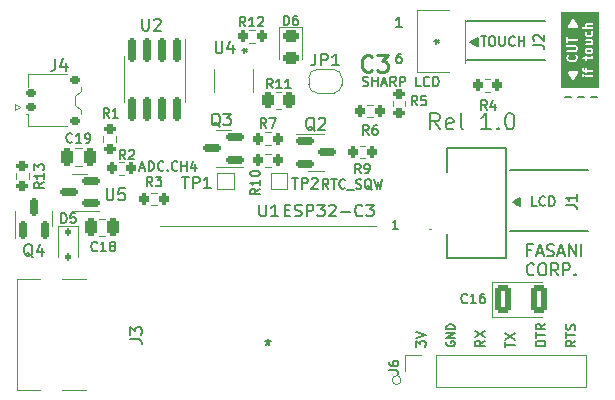
<source format=gto>
G04 #@! TF.GenerationSoftware,KiCad,Pcbnew,7.0.2-6a45011f42~172~ubuntu22.04.1*
G04 #@! TF.CreationDate,2023-05-15T14:22:46+02:00*
G04 #@! TF.ProjectId,sharp-lcd-128x128,73686172-702d-46c6-9364-2d3132387831,rev?*
G04 #@! TF.SameCoordinates,Original*
G04 #@! TF.FileFunction,Legend,Top*
G04 #@! TF.FilePolarity,Positive*
%FSLAX46Y46*%
G04 Gerber Fmt 4.6, Leading zero omitted, Abs format (unit mm)*
G04 Created by KiCad (PCBNEW 7.0.2-6a45011f42~172~ubuntu22.04.1) date 2023-05-15 14:22:46*
%MOMM*%
%LPD*%
G01*
G04 APERTURE LIST*
G04 Aperture macros list*
%AMRoundRect*
0 Rectangle with rounded corners*
0 $1 Rounding radius*
0 $2 $3 $4 $5 $6 $7 $8 $9 X,Y pos of 4 corners*
0 Add a 4 corners polygon primitive as box body*
4,1,4,$2,$3,$4,$5,$6,$7,$8,$9,$2,$3,0*
0 Add four circle primitives for the rounded corners*
1,1,$1+$1,$2,$3*
1,1,$1+$1,$4,$5*
1,1,$1+$1,$6,$7*
1,1,$1+$1,$8,$9*
0 Add four rect primitives between the rounded corners*
20,1,$1+$1,$2,$3,$4,$5,0*
20,1,$1+$1,$4,$5,$6,$7,0*
20,1,$1+$1,$6,$7,$8,$9,0*
20,1,$1+$1,$8,$9,$2,$3,0*%
%AMFreePoly0*
4,1,19,0.500000,-0.750000,0.000000,-0.750000,0.000000,-0.744911,-0.071157,-0.744911,-0.207708,-0.704816,-0.327430,-0.627875,-0.420627,-0.520320,-0.479746,-0.390866,-0.500000,-0.250000,-0.500000,0.250000,-0.479746,0.390866,-0.420627,0.520320,-0.327430,0.627875,-0.207708,0.704816,-0.071157,0.744911,0.000000,0.744911,0.000000,0.750000,0.500000,0.750000,0.500000,-0.750000,0.500000,-0.750000,
$1*%
%AMFreePoly1*
4,1,19,0.000000,0.744911,0.071157,0.744911,0.207708,0.704816,0.327430,0.627875,0.420627,0.520320,0.479746,0.390866,0.500000,0.250000,0.500000,-0.250000,0.479746,-0.390866,0.420627,-0.520320,0.327430,-0.627875,0.207708,-0.704816,0.071157,-0.744911,0.000000,-0.744911,0.000000,-0.750000,-0.500000,-0.750000,-0.500000,0.750000,0.000000,0.750000,0.000000,0.744911,0.000000,0.744911,
$1*%
G04 Aperture macros list end*
%ADD10C,0.130000*%
%ADD11C,0.150000*%
%ADD12C,0.200000*%
%ADD13C,0.140000*%
%ADD14C,0.170000*%
%ADD15C,0.280000*%
%ADD16C,0.180000*%
%ADD17C,0.160000*%
%ADD18C,0.120000*%
%ADD19C,0.100000*%
%ADD20R,1.700000X1.700000*%
%ADD21O,1.700000X1.700000*%
%ADD22R,1.498600X0.889000*%
%ADD23R,0.711200X0.711200*%
%ADD24R,1.000000X1.000000*%
%ADD25RoundRect,0.200000X-0.200000X-0.275000X0.200000X-0.275000X0.200000X0.275000X-0.200000X0.275000X0*%
%ADD26RoundRect,0.150000X-0.587500X-0.150000X0.587500X-0.150000X0.587500X0.150000X-0.587500X0.150000X0*%
%ADD27RoundRect,0.200000X-0.275000X0.200000X-0.275000X-0.200000X0.275000X-0.200000X0.275000X0.200000X0*%
%ADD28RoundRect,0.250000X-0.250000X-0.475000X0.250000X-0.475000X0.250000X0.475000X-0.250000X0.475000X0*%
%ADD29RoundRect,0.150000X0.587500X0.150000X-0.587500X0.150000X-0.587500X-0.150000X0.587500X-0.150000X0*%
%ADD30RoundRect,0.243750X-0.456250X0.243750X-0.456250X-0.243750X0.456250X-0.243750X0.456250X0.243750X0*%
%ADD31RoundRect,0.150000X-0.150000X0.825000X-0.150000X-0.825000X0.150000X-0.825000X0.150000X0.825000X0*%
%ADD32R,0.558800X0.990600*%
%ADD33RoundRect,0.200000X0.200000X0.275000X-0.200000X0.275000X-0.200000X-0.275000X0.200000X-0.275000X0*%
%ADD34RoundRect,0.150000X0.150000X-0.587500X0.150000X0.587500X-0.150000X0.587500X-0.150000X-0.587500X0*%
%ADD35C,0.650000*%
%ADD36R,1.450000X0.600000*%
%ADD37R,1.450000X0.300000*%
%ADD38O,2.100000X1.000000*%
%ADD39O,1.600000X1.000000*%
%ADD40C,2.100000*%
%ADD41RoundRect,0.250000X-0.412500X-0.925000X0.412500X-0.925000X0.412500X0.925000X-0.412500X0.925000X0*%
%ADD42FreePoly0,0.000000*%
%ADD43FreePoly1,0.000000*%
%ADD44R,0.812800X0.304800*%
%ADD45R,0.812800X0.406400*%
%ADD46R,0.850000X0.300000*%
%ADD47R,2.000000X0.800000*%
%ADD48RoundRect,0.250000X0.262500X0.450000X-0.262500X0.450000X-0.262500X-0.450000X0.262500X-0.450000X0*%
%ADD49RoundRect,0.150000X0.275000X-0.150000X0.275000X0.150000X-0.275000X0.150000X-0.275000X-0.150000X0*%
%ADD50RoundRect,0.175000X0.225000X-0.175000X0.225000X0.175000X-0.225000X0.175000X-0.225000X-0.175000X0*%
%ADD51RoundRect,0.200000X0.275000X-0.200000X0.275000X0.200000X-0.275000X0.200000X-0.275000X-0.200000X0*%
%ADD52RoundRect,0.112500X-0.112500X0.187500X-0.112500X-0.187500X0.112500X-0.187500X0.112500X0.187500X0*%
G04 APERTURE END LIST*
D10*
X99230952Y-44802595D02*
X98964285Y-44421642D01*
X98773809Y-44802595D02*
X98773809Y-44002595D01*
X98773809Y-44002595D02*
X99078571Y-44002595D01*
X99078571Y-44002595D02*
X99154761Y-44040690D01*
X99154761Y-44040690D02*
X99192856Y-44078785D01*
X99192856Y-44078785D02*
X99230952Y-44154976D01*
X99230952Y-44154976D02*
X99230952Y-44269261D01*
X99230952Y-44269261D02*
X99192856Y-44345452D01*
X99192856Y-44345452D02*
X99154761Y-44383547D01*
X99154761Y-44383547D02*
X99078571Y-44421642D01*
X99078571Y-44421642D02*
X98773809Y-44421642D01*
X99459523Y-44002595D02*
X99916666Y-44002595D01*
X99688094Y-44802595D02*
X99688094Y-44002595D01*
X100640476Y-44726404D02*
X100602380Y-44764500D01*
X100602380Y-44764500D02*
X100488095Y-44802595D01*
X100488095Y-44802595D02*
X100411904Y-44802595D01*
X100411904Y-44802595D02*
X100297618Y-44764500D01*
X100297618Y-44764500D02*
X100221428Y-44688309D01*
X100221428Y-44688309D02*
X100183333Y-44612119D01*
X100183333Y-44612119D02*
X100145237Y-44459738D01*
X100145237Y-44459738D02*
X100145237Y-44345452D01*
X100145237Y-44345452D02*
X100183333Y-44193071D01*
X100183333Y-44193071D02*
X100221428Y-44116880D01*
X100221428Y-44116880D02*
X100297618Y-44040690D01*
X100297618Y-44040690D02*
X100411904Y-44002595D01*
X100411904Y-44002595D02*
X100488095Y-44002595D01*
X100488095Y-44002595D02*
X100602380Y-44040690D01*
X100602380Y-44040690D02*
X100640476Y-44078785D01*
X100792857Y-44878785D02*
X101402380Y-44878785D01*
X101554761Y-44764500D02*
X101669047Y-44802595D01*
X101669047Y-44802595D02*
X101859523Y-44802595D01*
X101859523Y-44802595D02*
X101935714Y-44764500D01*
X101935714Y-44764500D02*
X101973809Y-44726404D01*
X101973809Y-44726404D02*
X102011904Y-44650214D01*
X102011904Y-44650214D02*
X102011904Y-44574023D01*
X102011904Y-44574023D02*
X101973809Y-44497833D01*
X101973809Y-44497833D02*
X101935714Y-44459738D01*
X101935714Y-44459738D02*
X101859523Y-44421642D01*
X101859523Y-44421642D02*
X101707142Y-44383547D01*
X101707142Y-44383547D02*
X101630952Y-44345452D01*
X101630952Y-44345452D02*
X101592857Y-44307357D01*
X101592857Y-44307357D02*
X101554761Y-44231166D01*
X101554761Y-44231166D02*
X101554761Y-44154976D01*
X101554761Y-44154976D02*
X101592857Y-44078785D01*
X101592857Y-44078785D02*
X101630952Y-44040690D01*
X101630952Y-44040690D02*
X101707142Y-44002595D01*
X101707142Y-44002595D02*
X101897619Y-44002595D01*
X101897619Y-44002595D02*
X102011904Y-44040690D01*
X102888095Y-44878785D02*
X102811905Y-44840690D01*
X102811905Y-44840690D02*
X102735714Y-44764500D01*
X102735714Y-44764500D02*
X102621428Y-44650214D01*
X102621428Y-44650214D02*
X102545238Y-44612119D01*
X102545238Y-44612119D02*
X102469047Y-44612119D01*
X102507143Y-44802595D02*
X102430952Y-44764500D01*
X102430952Y-44764500D02*
X102354762Y-44688309D01*
X102354762Y-44688309D02*
X102316666Y-44535928D01*
X102316666Y-44535928D02*
X102316666Y-44269261D01*
X102316666Y-44269261D02*
X102354762Y-44116880D01*
X102354762Y-44116880D02*
X102430952Y-44040690D01*
X102430952Y-44040690D02*
X102507143Y-44002595D01*
X102507143Y-44002595D02*
X102659524Y-44002595D01*
X102659524Y-44002595D02*
X102735714Y-44040690D01*
X102735714Y-44040690D02*
X102811905Y-44116880D01*
X102811905Y-44116880D02*
X102850000Y-44269261D01*
X102850000Y-44269261D02*
X102850000Y-44535928D01*
X102850000Y-44535928D02*
X102811905Y-44688309D01*
X102811905Y-44688309D02*
X102735714Y-44764500D01*
X102735714Y-44764500D02*
X102659524Y-44802595D01*
X102659524Y-44802595D02*
X102507143Y-44802595D01*
X103116666Y-44002595D02*
X103307142Y-44802595D01*
X103307142Y-44802595D02*
X103459523Y-44231166D01*
X103459523Y-44231166D02*
X103611904Y-44802595D01*
X103611904Y-44802595D02*
X103802381Y-44002595D01*
D11*
X114630000Y-48390000D02*
X121230000Y-48390000D01*
X111000000Y-33890000D02*
X117600000Y-33890000D01*
X114630000Y-43240000D02*
X121230000Y-43240000D01*
X121450000Y-37000000D02*
X121950000Y-37000000D01*
X111000000Y-30620000D02*
X117600000Y-30620000D01*
X120340000Y-37000000D02*
X120840000Y-37000000D01*
X119230000Y-37000000D02*
X119730000Y-37000000D01*
D12*
X116391428Y-49988809D02*
X116058095Y-49988809D01*
X116058095Y-50512619D02*
X116058095Y-49512619D01*
X116058095Y-49512619D02*
X116534285Y-49512619D01*
X116867619Y-50226904D02*
X117343809Y-50226904D01*
X116772381Y-50512619D02*
X117105714Y-49512619D01*
X117105714Y-49512619D02*
X117439047Y-50512619D01*
X117724762Y-50465000D02*
X117867619Y-50512619D01*
X117867619Y-50512619D02*
X118105714Y-50512619D01*
X118105714Y-50512619D02*
X118200952Y-50465000D01*
X118200952Y-50465000D02*
X118248571Y-50417380D01*
X118248571Y-50417380D02*
X118296190Y-50322142D01*
X118296190Y-50322142D02*
X118296190Y-50226904D01*
X118296190Y-50226904D02*
X118248571Y-50131666D01*
X118248571Y-50131666D02*
X118200952Y-50084047D01*
X118200952Y-50084047D02*
X118105714Y-50036428D01*
X118105714Y-50036428D02*
X117915238Y-49988809D01*
X117915238Y-49988809D02*
X117820000Y-49941190D01*
X117820000Y-49941190D02*
X117772381Y-49893571D01*
X117772381Y-49893571D02*
X117724762Y-49798333D01*
X117724762Y-49798333D02*
X117724762Y-49703095D01*
X117724762Y-49703095D02*
X117772381Y-49607857D01*
X117772381Y-49607857D02*
X117820000Y-49560238D01*
X117820000Y-49560238D02*
X117915238Y-49512619D01*
X117915238Y-49512619D02*
X118153333Y-49512619D01*
X118153333Y-49512619D02*
X118296190Y-49560238D01*
X118677143Y-50226904D02*
X119153333Y-50226904D01*
X118581905Y-50512619D02*
X118915238Y-49512619D01*
X118915238Y-49512619D02*
X119248571Y-50512619D01*
X119581905Y-50512619D02*
X119581905Y-49512619D01*
X119581905Y-49512619D02*
X120153333Y-50512619D01*
X120153333Y-50512619D02*
X120153333Y-49512619D01*
X120629524Y-50512619D02*
X120629524Y-49512619D01*
X116629523Y-52037380D02*
X116581904Y-52085000D01*
X116581904Y-52085000D02*
X116439047Y-52132619D01*
X116439047Y-52132619D02*
X116343809Y-52132619D01*
X116343809Y-52132619D02*
X116200952Y-52085000D01*
X116200952Y-52085000D02*
X116105714Y-51989761D01*
X116105714Y-51989761D02*
X116058095Y-51894523D01*
X116058095Y-51894523D02*
X116010476Y-51704047D01*
X116010476Y-51704047D02*
X116010476Y-51561190D01*
X116010476Y-51561190D02*
X116058095Y-51370714D01*
X116058095Y-51370714D02*
X116105714Y-51275476D01*
X116105714Y-51275476D02*
X116200952Y-51180238D01*
X116200952Y-51180238D02*
X116343809Y-51132619D01*
X116343809Y-51132619D02*
X116439047Y-51132619D01*
X116439047Y-51132619D02*
X116581904Y-51180238D01*
X116581904Y-51180238D02*
X116629523Y-51227857D01*
X117248571Y-51132619D02*
X117439047Y-51132619D01*
X117439047Y-51132619D02*
X117534285Y-51180238D01*
X117534285Y-51180238D02*
X117629523Y-51275476D01*
X117629523Y-51275476D02*
X117677142Y-51465952D01*
X117677142Y-51465952D02*
X117677142Y-51799285D01*
X117677142Y-51799285D02*
X117629523Y-51989761D01*
X117629523Y-51989761D02*
X117534285Y-52085000D01*
X117534285Y-52085000D02*
X117439047Y-52132619D01*
X117439047Y-52132619D02*
X117248571Y-52132619D01*
X117248571Y-52132619D02*
X117153333Y-52085000D01*
X117153333Y-52085000D02*
X117058095Y-51989761D01*
X117058095Y-51989761D02*
X117010476Y-51799285D01*
X117010476Y-51799285D02*
X117010476Y-51465952D01*
X117010476Y-51465952D02*
X117058095Y-51275476D01*
X117058095Y-51275476D02*
X117153333Y-51180238D01*
X117153333Y-51180238D02*
X117248571Y-51132619D01*
X118677142Y-52132619D02*
X118343809Y-51656428D01*
X118105714Y-52132619D02*
X118105714Y-51132619D01*
X118105714Y-51132619D02*
X118486666Y-51132619D01*
X118486666Y-51132619D02*
X118581904Y-51180238D01*
X118581904Y-51180238D02*
X118629523Y-51227857D01*
X118629523Y-51227857D02*
X118677142Y-51323095D01*
X118677142Y-51323095D02*
X118677142Y-51465952D01*
X118677142Y-51465952D02*
X118629523Y-51561190D01*
X118629523Y-51561190D02*
X118581904Y-51608809D01*
X118581904Y-51608809D02*
X118486666Y-51656428D01*
X118486666Y-51656428D02*
X118105714Y-51656428D01*
X119105714Y-52132619D02*
X119105714Y-51132619D01*
X119105714Y-51132619D02*
X119486666Y-51132619D01*
X119486666Y-51132619D02*
X119581904Y-51180238D01*
X119581904Y-51180238D02*
X119629523Y-51227857D01*
X119629523Y-51227857D02*
X119677142Y-51323095D01*
X119677142Y-51323095D02*
X119677142Y-51465952D01*
X119677142Y-51465952D02*
X119629523Y-51561190D01*
X119629523Y-51561190D02*
X119581904Y-51608809D01*
X119581904Y-51608809D02*
X119486666Y-51656428D01*
X119486666Y-51656428D02*
X119105714Y-51656428D01*
X120105714Y-52037380D02*
X120153333Y-52085000D01*
X120153333Y-52085000D02*
X120105714Y-52132619D01*
X120105714Y-52132619D02*
X120058095Y-52085000D01*
X120058095Y-52085000D02*
X120105714Y-52037380D01*
X120105714Y-52037380D02*
X120105714Y-52132619D01*
D13*
X105353333Y-33372095D02*
X105200952Y-33372095D01*
X105200952Y-33372095D02*
X105124761Y-33410190D01*
X105124761Y-33410190D02*
X105086666Y-33448285D01*
X105086666Y-33448285D02*
X105010476Y-33562571D01*
X105010476Y-33562571D02*
X104972380Y-33714952D01*
X104972380Y-33714952D02*
X104972380Y-34019714D01*
X104972380Y-34019714D02*
X105010476Y-34095904D01*
X105010476Y-34095904D02*
X105048571Y-34134000D01*
X105048571Y-34134000D02*
X105124761Y-34172095D01*
X105124761Y-34172095D02*
X105277142Y-34172095D01*
X105277142Y-34172095D02*
X105353333Y-34134000D01*
X105353333Y-34134000D02*
X105391428Y-34095904D01*
X105391428Y-34095904D02*
X105429523Y-34019714D01*
X105429523Y-34019714D02*
X105429523Y-33829238D01*
X105429523Y-33829238D02*
X105391428Y-33753047D01*
X105391428Y-33753047D02*
X105353333Y-33714952D01*
X105353333Y-33714952D02*
X105277142Y-33676857D01*
X105277142Y-33676857D02*
X105124761Y-33676857D01*
X105124761Y-33676857D02*
X105048571Y-33714952D01*
X105048571Y-33714952D02*
X105010476Y-33753047D01*
X105010476Y-33753047D02*
X104972380Y-33829238D01*
D11*
X95521905Y-46628809D02*
X95855238Y-46628809D01*
X95998095Y-47152619D02*
X95521905Y-47152619D01*
X95521905Y-47152619D02*
X95521905Y-46152619D01*
X95521905Y-46152619D02*
X95998095Y-46152619D01*
X96379048Y-47105000D02*
X96521905Y-47152619D01*
X96521905Y-47152619D02*
X96760000Y-47152619D01*
X96760000Y-47152619D02*
X96855238Y-47105000D01*
X96855238Y-47105000D02*
X96902857Y-47057380D01*
X96902857Y-47057380D02*
X96950476Y-46962142D01*
X96950476Y-46962142D02*
X96950476Y-46866904D01*
X96950476Y-46866904D02*
X96902857Y-46771666D01*
X96902857Y-46771666D02*
X96855238Y-46724047D01*
X96855238Y-46724047D02*
X96760000Y-46676428D01*
X96760000Y-46676428D02*
X96569524Y-46628809D01*
X96569524Y-46628809D02*
X96474286Y-46581190D01*
X96474286Y-46581190D02*
X96426667Y-46533571D01*
X96426667Y-46533571D02*
X96379048Y-46438333D01*
X96379048Y-46438333D02*
X96379048Y-46343095D01*
X96379048Y-46343095D02*
X96426667Y-46247857D01*
X96426667Y-46247857D02*
X96474286Y-46200238D01*
X96474286Y-46200238D02*
X96569524Y-46152619D01*
X96569524Y-46152619D02*
X96807619Y-46152619D01*
X96807619Y-46152619D02*
X96950476Y-46200238D01*
X97379048Y-47152619D02*
X97379048Y-46152619D01*
X97379048Y-46152619D02*
X97760000Y-46152619D01*
X97760000Y-46152619D02*
X97855238Y-46200238D01*
X97855238Y-46200238D02*
X97902857Y-46247857D01*
X97902857Y-46247857D02*
X97950476Y-46343095D01*
X97950476Y-46343095D02*
X97950476Y-46485952D01*
X97950476Y-46485952D02*
X97902857Y-46581190D01*
X97902857Y-46581190D02*
X97855238Y-46628809D01*
X97855238Y-46628809D02*
X97760000Y-46676428D01*
X97760000Y-46676428D02*
X97379048Y-46676428D01*
X98283810Y-46152619D02*
X98902857Y-46152619D01*
X98902857Y-46152619D02*
X98569524Y-46533571D01*
X98569524Y-46533571D02*
X98712381Y-46533571D01*
X98712381Y-46533571D02*
X98807619Y-46581190D01*
X98807619Y-46581190D02*
X98855238Y-46628809D01*
X98855238Y-46628809D02*
X98902857Y-46724047D01*
X98902857Y-46724047D02*
X98902857Y-46962142D01*
X98902857Y-46962142D02*
X98855238Y-47057380D01*
X98855238Y-47057380D02*
X98807619Y-47105000D01*
X98807619Y-47105000D02*
X98712381Y-47152619D01*
X98712381Y-47152619D02*
X98426667Y-47152619D01*
X98426667Y-47152619D02*
X98331429Y-47105000D01*
X98331429Y-47105000D02*
X98283810Y-47057380D01*
X99283810Y-46247857D02*
X99331429Y-46200238D01*
X99331429Y-46200238D02*
X99426667Y-46152619D01*
X99426667Y-46152619D02*
X99664762Y-46152619D01*
X99664762Y-46152619D02*
X99760000Y-46200238D01*
X99760000Y-46200238D02*
X99807619Y-46247857D01*
X99807619Y-46247857D02*
X99855238Y-46343095D01*
X99855238Y-46343095D02*
X99855238Y-46438333D01*
X99855238Y-46438333D02*
X99807619Y-46581190D01*
X99807619Y-46581190D02*
X99236191Y-47152619D01*
X99236191Y-47152619D02*
X99855238Y-47152619D01*
X100283810Y-46771666D02*
X101045715Y-46771666D01*
X102093333Y-47057380D02*
X102045714Y-47105000D01*
X102045714Y-47105000D02*
X101902857Y-47152619D01*
X101902857Y-47152619D02*
X101807619Y-47152619D01*
X101807619Y-47152619D02*
X101664762Y-47105000D01*
X101664762Y-47105000D02*
X101569524Y-47009761D01*
X101569524Y-47009761D02*
X101521905Y-46914523D01*
X101521905Y-46914523D02*
X101474286Y-46724047D01*
X101474286Y-46724047D02*
X101474286Y-46581190D01*
X101474286Y-46581190D02*
X101521905Y-46390714D01*
X101521905Y-46390714D02*
X101569524Y-46295476D01*
X101569524Y-46295476D02*
X101664762Y-46200238D01*
X101664762Y-46200238D02*
X101807619Y-46152619D01*
X101807619Y-46152619D02*
X101902857Y-46152619D01*
X101902857Y-46152619D02*
X102045714Y-46200238D01*
X102045714Y-46200238D02*
X102093333Y-46247857D01*
X102426667Y-46152619D02*
X103045714Y-46152619D01*
X103045714Y-46152619D02*
X102712381Y-46533571D01*
X102712381Y-46533571D02*
X102855238Y-46533571D01*
X102855238Y-46533571D02*
X102950476Y-46581190D01*
X102950476Y-46581190D02*
X102998095Y-46628809D01*
X102998095Y-46628809D02*
X103045714Y-46724047D01*
X103045714Y-46724047D02*
X103045714Y-46962142D01*
X103045714Y-46962142D02*
X102998095Y-47057380D01*
X102998095Y-47057380D02*
X102950476Y-47105000D01*
X102950476Y-47105000D02*
X102855238Y-47152619D01*
X102855238Y-47152619D02*
X102569524Y-47152619D01*
X102569524Y-47152619D02*
X102474286Y-47105000D01*
X102474286Y-47105000D02*
X102426667Y-47057380D01*
D10*
X112466095Y-57657142D02*
X112085142Y-57923809D01*
X112466095Y-58114285D02*
X111666095Y-58114285D01*
X111666095Y-58114285D02*
X111666095Y-57809523D01*
X111666095Y-57809523D02*
X111704190Y-57733333D01*
X111704190Y-57733333D02*
X111742285Y-57695238D01*
X111742285Y-57695238D02*
X111818476Y-57657142D01*
X111818476Y-57657142D02*
X111932761Y-57657142D01*
X111932761Y-57657142D02*
X112008952Y-57695238D01*
X112008952Y-57695238D02*
X112047047Y-57733333D01*
X112047047Y-57733333D02*
X112085142Y-57809523D01*
X112085142Y-57809523D02*
X112085142Y-58114285D01*
X111666095Y-57390476D02*
X112466095Y-56857142D01*
X111666095Y-56857142D02*
X112466095Y-57390476D01*
D14*
X102140952Y-36072000D02*
X102255238Y-36110095D01*
X102255238Y-36110095D02*
X102445714Y-36110095D01*
X102445714Y-36110095D02*
X102521905Y-36072000D01*
X102521905Y-36072000D02*
X102560000Y-36033904D01*
X102560000Y-36033904D02*
X102598095Y-35957714D01*
X102598095Y-35957714D02*
X102598095Y-35881523D01*
X102598095Y-35881523D02*
X102560000Y-35805333D01*
X102560000Y-35805333D02*
X102521905Y-35767238D01*
X102521905Y-35767238D02*
X102445714Y-35729142D01*
X102445714Y-35729142D02*
X102293333Y-35691047D01*
X102293333Y-35691047D02*
X102217143Y-35652952D01*
X102217143Y-35652952D02*
X102179048Y-35614857D01*
X102179048Y-35614857D02*
X102140952Y-35538666D01*
X102140952Y-35538666D02*
X102140952Y-35462476D01*
X102140952Y-35462476D02*
X102179048Y-35386285D01*
X102179048Y-35386285D02*
X102217143Y-35348190D01*
X102217143Y-35348190D02*
X102293333Y-35310095D01*
X102293333Y-35310095D02*
X102483810Y-35310095D01*
X102483810Y-35310095D02*
X102598095Y-35348190D01*
X102940953Y-36110095D02*
X102940953Y-35310095D01*
X102940953Y-35691047D02*
X103398096Y-35691047D01*
X103398096Y-36110095D02*
X103398096Y-35310095D01*
X103740952Y-35881523D02*
X104121905Y-35881523D01*
X103664762Y-36110095D02*
X103931429Y-35310095D01*
X103931429Y-35310095D02*
X104198095Y-36110095D01*
X104921905Y-36110095D02*
X104655238Y-35729142D01*
X104464762Y-36110095D02*
X104464762Y-35310095D01*
X104464762Y-35310095D02*
X104769524Y-35310095D01*
X104769524Y-35310095D02*
X104845714Y-35348190D01*
X104845714Y-35348190D02*
X104883809Y-35386285D01*
X104883809Y-35386285D02*
X104921905Y-35462476D01*
X104921905Y-35462476D02*
X104921905Y-35576761D01*
X104921905Y-35576761D02*
X104883809Y-35652952D01*
X104883809Y-35652952D02*
X104845714Y-35691047D01*
X104845714Y-35691047D02*
X104769524Y-35729142D01*
X104769524Y-35729142D02*
X104464762Y-35729142D01*
X105264762Y-36110095D02*
X105264762Y-35310095D01*
X105264762Y-35310095D02*
X105569524Y-35310095D01*
X105569524Y-35310095D02*
X105645714Y-35348190D01*
X105645714Y-35348190D02*
X105683809Y-35386285D01*
X105683809Y-35386285D02*
X105721905Y-35462476D01*
X105721905Y-35462476D02*
X105721905Y-35576761D01*
X105721905Y-35576761D02*
X105683809Y-35652952D01*
X105683809Y-35652952D02*
X105645714Y-35691047D01*
X105645714Y-35691047D02*
X105569524Y-35729142D01*
X105569524Y-35729142D02*
X105264762Y-35729142D01*
X107055238Y-36110095D02*
X106674286Y-36110095D01*
X106674286Y-36110095D02*
X106674286Y-35310095D01*
X107779048Y-36033904D02*
X107740952Y-36072000D01*
X107740952Y-36072000D02*
X107626667Y-36110095D01*
X107626667Y-36110095D02*
X107550476Y-36110095D01*
X107550476Y-36110095D02*
X107436190Y-36072000D01*
X107436190Y-36072000D02*
X107360000Y-35995809D01*
X107360000Y-35995809D02*
X107321905Y-35919619D01*
X107321905Y-35919619D02*
X107283809Y-35767238D01*
X107283809Y-35767238D02*
X107283809Y-35652952D01*
X107283809Y-35652952D02*
X107321905Y-35500571D01*
X107321905Y-35500571D02*
X107360000Y-35424380D01*
X107360000Y-35424380D02*
X107436190Y-35348190D01*
X107436190Y-35348190D02*
X107550476Y-35310095D01*
X107550476Y-35310095D02*
X107626667Y-35310095D01*
X107626667Y-35310095D02*
X107740952Y-35348190D01*
X107740952Y-35348190D02*
X107779048Y-35386285D01*
X108121905Y-36110095D02*
X108121905Y-35310095D01*
X108121905Y-35310095D02*
X108312381Y-35310095D01*
X108312381Y-35310095D02*
X108426667Y-35348190D01*
X108426667Y-35348190D02*
X108502857Y-35424380D01*
X108502857Y-35424380D02*
X108540952Y-35500571D01*
X108540952Y-35500571D02*
X108579048Y-35652952D01*
X108579048Y-35652952D02*
X108579048Y-35767238D01*
X108579048Y-35767238D02*
X108540952Y-35919619D01*
X108540952Y-35919619D02*
X108502857Y-35995809D01*
X108502857Y-35995809D02*
X108426667Y-36072000D01*
X108426667Y-36072000D02*
X108312381Y-36110095D01*
X108312381Y-36110095D02*
X108121905Y-36110095D01*
D15*
X102896667Y-34764333D02*
X102830000Y-34831000D01*
X102830000Y-34831000D02*
X102630000Y-34897666D01*
X102630000Y-34897666D02*
X102496667Y-34897666D01*
X102496667Y-34897666D02*
X102296667Y-34831000D01*
X102296667Y-34831000D02*
X102163334Y-34697666D01*
X102163334Y-34697666D02*
X102096667Y-34564333D01*
X102096667Y-34564333D02*
X102030000Y-34297666D01*
X102030000Y-34297666D02*
X102030000Y-34097666D01*
X102030000Y-34097666D02*
X102096667Y-33831000D01*
X102096667Y-33831000D02*
X102163334Y-33697666D01*
X102163334Y-33697666D02*
X102296667Y-33564333D01*
X102296667Y-33564333D02*
X102496667Y-33497666D01*
X102496667Y-33497666D02*
X102630000Y-33497666D01*
X102630000Y-33497666D02*
X102830000Y-33564333D01*
X102830000Y-33564333D02*
X102896667Y-33631000D01*
X103363334Y-33497666D02*
X104230000Y-33497666D01*
X104230000Y-33497666D02*
X103763334Y-34031000D01*
X103763334Y-34031000D02*
X103963334Y-34031000D01*
X103963334Y-34031000D02*
X104096667Y-34097666D01*
X104096667Y-34097666D02*
X104163334Y-34164333D01*
X104163334Y-34164333D02*
X104230000Y-34297666D01*
X104230000Y-34297666D02*
X104230000Y-34631000D01*
X104230000Y-34631000D02*
X104163334Y-34764333D01*
X104163334Y-34764333D02*
X104096667Y-34831000D01*
X104096667Y-34831000D02*
X103963334Y-34897666D01*
X103963334Y-34897666D02*
X103563334Y-34897666D01*
X103563334Y-34897666D02*
X103430000Y-34831000D01*
X103430000Y-34831000D02*
X103363334Y-34764333D01*
D10*
X117570095Y-58114285D02*
X116770095Y-58114285D01*
X116770095Y-58114285D02*
X116770095Y-57923809D01*
X116770095Y-57923809D02*
X116808190Y-57809523D01*
X116808190Y-57809523D02*
X116884380Y-57733333D01*
X116884380Y-57733333D02*
X116960571Y-57695238D01*
X116960571Y-57695238D02*
X117112952Y-57657142D01*
X117112952Y-57657142D02*
X117227238Y-57657142D01*
X117227238Y-57657142D02*
X117379619Y-57695238D01*
X117379619Y-57695238D02*
X117455809Y-57733333D01*
X117455809Y-57733333D02*
X117532000Y-57809523D01*
X117532000Y-57809523D02*
X117570095Y-57923809D01*
X117570095Y-57923809D02*
X117570095Y-58114285D01*
X116770095Y-57428571D02*
X116770095Y-56971428D01*
X117570095Y-57200000D02*
X116770095Y-57200000D01*
X117570095Y-56247618D02*
X117189142Y-56514285D01*
X117570095Y-56704761D02*
X116770095Y-56704761D01*
X116770095Y-56704761D02*
X116770095Y-56399999D01*
X116770095Y-56399999D02*
X116808190Y-56323809D01*
X116808190Y-56323809D02*
X116846285Y-56285714D01*
X116846285Y-56285714D02*
X116922476Y-56247618D01*
X116922476Y-56247618D02*
X117036761Y-56247618D01*
X117036761Y-56247618D02*
X117112952Y-56285714D01*
X117112952Y-56285714D02*
X117151047Y-56323809D01*
X117151047Y-56323809D02*
X117189142Y-56399999D01*
X117189142Y-56399999D02*
X117189142Y-56704761D01*
D14*
X111824762Y-32710095D02*
X111824762Y-32100571D01*
X111786667Y-32672000D02*
X111786667Y-32138666D01*
X111748572Y-32672000D02*
X111748572Y-32138666D01*
X111710477Y-32633904D02*
X111710477Y-32176761D01*
X111672381Y-32633904D02*
X111672381Y-32176761D01*
X111634286Y-32595809D02*
X111634286Y-32214857D01*
X111596191Y-32595809D02*
X111596191Y-32214857D01*
X111558096Y-32557714D02*
X111558096Y-32252952D01*
X111520000Y-32519619D02*
X111520000Y-32291047D01*
X111481905Y-32519619D02*
X111481905Y-32291047D01*
X111443810Y-32481523D02*
X111443810Y-32329142D01*
X111405715Y-32481523D02*
X111405715Y-32329142D01*
X111367619Y-32405333D02*
X111329524Y-32405333D01*
X111367619Y-32443428D02*
X111367619Y-32367238D01*
X111862858Y-32710095D02*
X111291429Y-32405333D01*
X111291429Y-32405333D02*
X111862858Y-32100571D01*
X111253334Y-32405333D02*
X111862858Y-32062476D01*
X111862858Y-32062476D02*
X111862858Y-32748190D01*
X111862858Y-32748190D02*
X111253334Y-32405333D01*
X112129524Y-31910095D02*
X112586667Y-31910095D01*
X112358095Y-32710095D02*
X112358095Y-31910095D01*
X113005715Y-31910095D02*
X113158096Y-31910095D01*
X113158096Y-31910095D02*
X113234286Y-31948190D01*
X113234286Y-31948190D02*
X113310477Y-32024380D01*
X113310477Y-32024380D02*
X113348572Y-32176761D01*
X113348572Y-32176761D02*
X113348572Y-32443428D01*
X113348572Y-32443428D02*
X113310477Y-32595809D01*
X113310477Y-32595809D02*
X113234286Y-32672000D01*
X113234286Y-32672000D02*
X113158096Y-32710095D01*
X113158096Y-32710095D02*
X113005715Y-32710095D01*
X113005715Y-32710095D02*
X112929524Y-32672000D01*
X112929524Y-32672000D02*
X112853334Y-32595809D01*
X112853334Y-32595809D02*
X112815238Y-32443428D01*
X112815238Y-32443428D02*
X112815238Y-32176761D01*
X112815238Y-32176761D02*
X112853334Y-32024380D01*
X112853334Y-32024380D02*
X112929524Y-31948190D01*
X112929524Y-31948190D02*
X113005715Y-31910095D01*
X113691429Y-31910095D02*
X113691429Y-32557714D01*
X113691429Y-32557714D02*
X113729524Y-32633904D01*
X113729524Y-32633904D02*
X113767619Y-32672000D01*
X113767619Y-32672000D02*
X113843810Y-32710095D01*
X113843810Y-32710095D02*
X113996191Y-32710095D01*
X113996191Y-32710095D02*
X114072381Y-32672000D01*
X114072381Y-32672000D02*
X114110476Y-32633904D01*
X114110476Y-32633904D02*
X114148572Y-32557714D01*
X114148572Y-32557714D02*
X114148572Y-31910095D01*
X114986667Y-32633904D02*
X114948571Y-32672000D01*
X114948571Y-32672000D02*
X114834286Y-32710095D01*
X114834286Y-32710095D02*
X114758095Y-32710095D01*
X114758095Y-32710095D02*
X114643809Y-32672000D01*
X114643809Y-32672000D02*
X114567619Y-32595809D01*
X114567619Y-32595809D02*
X114529524Y-32519619D01*
X114529524Y-32519619D02*
X114491428Y-32367238D01*
X114491428Y-32367238D02*
X114491428Y-32252952D01*
X114491428Y-32252952D02*
X114529524Y-32100571D01*
X114529524Y-32100571D02*
X114567619Y-32024380D01*
X114567619Y-32024380D02*
X114643809Y-31948190D01*
X114643809Y-31948190D02*
X114758095Y-31910095D01*
X114758095Y-31910095D02*
X114834286Y-31910095D01*
X114834286Y-31910095D02*
X114948571Y-31948190D01*
X114948571Y-31948190D02*
X114986667Y-31986285D01*
X115329524Y-32710095D02*
X115329524Y-31910095D01*
X115329524Y-32291047D02*
X115786667Y-32291047D01*
X115786667Y-32710095D02*
X115786667Y-31910095D01*
D10*
X106662095Y-58190476D02*
X106662095Y-57695238D01*
X106662095Y-57695238D02*
X106966857Y-57961904D01*
X106966857Y-57961904D02*
X106966857Y-57847619D01*
X106966857Y-57847619D02*
X107004952Y-57771428D01*
X107004952Y-57771428D02*
X107043047Y-57733333D01*
X107043047Y-57733333D02*
X107119238Y-57695238D01*
X107119238Y-57695238D02*
X107309714Y-57695238D01*
X107309714Y-57695238D02*
X107385904Y-57733333D01*
X107385904Y-57733333D02*
X107424000Y-57771428D01*
X107424000Y-57771428D02*
X107462095Y-57847619D01*
X107462095Y-57847619D02*
X107462095Y-58076190D01*
X107462095Y-58076190D02*
X107424000Y-58152381D01*
X107424000Y-58152381D02*
X107385904Y-58190476D01*
X106662095Y-57466666D02*
X107462095Y-57199999D01*
X107462095Y-57199999D02*
X106662095Y-56933333D01*
D14*
X115448095Y-46260095D02*
X115448095Y-45650571D01*
X115410000Y-46222000D02*
X115410000Y-45688666D01*
X115371905Y-46222000D02*
X115371905Y-45688666D01*
X115333810Y-46183904D02*
X115333810Y-45726761D01*
X115295714Y-46183904D02*
X115295714Y-45726761D01*
X115257619Y-46145809D02*
X115257619Y-45764857D01*
X115219524Y-46145809D02*
X115219524Y-45764857D01*
X115181429Y-46107714D02*
X115181429Y-45802952D01*
X115143333Y-46069619D02*
X115143333Y-45841047D01*
X115105238Y-46069619D02*
X115105238Y-45841047D01*
X115067143Y-46031523D02*
X115067143Y-45879142D01*
X115029048Y-46031523D02*
X115029048Y-45879142D01*
X114990952Y-45955333D02*
X114952857Y-45955333D01*
X114990952Y-45993428D02*
X114990952Y-45917238D01*
X115486191Y-46260095D02*
X114914762Y-45955333D01*
X114914762Y-45955333D02*
X115486191Y-45650571D01*
X114876667Y-45955333D02*
X115486191Y-45612476D01*
X115486191Y-45612476D02*
X115486191Y-46298190D01*
X115486191Y-46298190D02*
X114876667Y-45955333D01*
X116857619Y-46260095D02*
X116476667Y-46260095D01*
X116476667Y-46260095D02*
X116476667Y-45460095D01*
X117581429Y-46183904D02*
X117543333Y-46222000D01*
X117543333Y-46222000D02*
X117429048Y-46260095D01*
X117429048Y-46260095D02*
X117352857Y-46260095D01*
X117352857Y-46260095D02*
X117238571Y-46222000D01*
X117238571Y-46222000D02*
X117162381Y-46145809D01*
X117162381Y-46145809D02*
X117124286Y-46069619D01*
X117124286Y-46069619D02*
X117086190Y-45917238D01*
X117086190Y-45917238D02*
X117086190Y-45802952D01*
X117086190Y-45802952D02*
X117124286Y-45650571D01*
X117124286Y-45650571D02*
X117162381Y-45574380D01*
X117162381Y-45574380D02*
X117238571Y-45498190D01*
X117238571Y-45498190D02*
X117352857Y-45460095D01*
X117352857Y-45460095D02*
X117429048Y-45460095D01*
X117429048Y-45460095D02*
X117543333Y-45498190D01*
X117543333Y-45498190D02*
X117581429Y-45536285D01*
X117924286Y-46260095D02*
X117924286Y-45460095D01*
X117924286Y-45460095D02*
X118114762Y-45460095D01*
X118114762Y-45460095D02*
X118229048Y-45498190D01*
X118229048Y-45498190D02*
X118305238Y-45574380D01*
X118305238Y-45574380D02*
X118343333Y-45650571D01*
X118343333Y-45650571D02*
X118381429Y-45802952D01*
X118381429Y-45802952D02*
X118381429Y-45917238D01*
X118381429Y-45917238D02*
X118343333Y-46069619D01*
X118343333Y-46069619D02*
X118305238Y-46145809D01*
X118305238Y-46145809D02*
X118229048Y-46222000D01*
X118229048Y-46222000D02*
X118114762Y-46260095D01*
X118114762Y-46260095D02*
X117924286Y-46260095D01*
D10*
X120122095Y-57657142D02*
X119741142Y-57923809D01*
X120122095Y-58114285D02*
X119322095Y-58114285D01*
X119322095Y-58114285D02*
X119322095Y-57809523D01*
X119322095Y-57809523D02*
X119360190Y-57733333D01*
X119360190Y-57733333D02*
X119398285Y-57695238D01*
X119398285Y-57695238D02*
X119474476Y-57657142D01*
X119474476Y-57657142D02*
X119588761Y-57657142D01*
X119588761Y-57657142D02*
X119664952Y-57695238D01*
X119664952Y-57695238D02*
X119703047Y-57733333D01*
X119703047Y-57733333D02*
X119741142Y-57809523D01*
X119741142Y-57809523D02*
X119741142Y-58114285D01*
X119322095Y-57428571D02*
X119322095Y-56971428D01*
X120122095Y-57200000D02*
X119322095Y-57200000D01*
X120084000Y-56742857D02*
X120122095Y-56628571D01*
X120122095Y-56628571D02*
X120122095Y-56438095D01*
X120122095Y-56438095D02*
X120084000Y-56361904D01*
X120084000Y-56361904D02*
X120045904Y-56323809D01*
X120045904Y-56323809D02*
X119969714Y-56285714D01*
X119969714Y-56285714D02*
X119893523Y-56285714D01*
X119893523Y-56285714D02*
X119817333Y-56323809D01*
X119817333Y-56323809D02*
X119779238Y-56361904D01*
X119779238Y-56361904D02*
X119741142Y-56438095D01*
X119741142Y-56438095D02*
X119703047Y-56590476D01*
X119703047Y-56590476D02*
X119664952Y-56666666D01*
X119664952Y-56666666D02*
X119626857Y-56704761D01*
X119626857Y-56704761D02*
X119550666Y-56742857D01*
X119550666Y-56742857D02*
X119474476Y-56742857D01*
X119474476Y-56742857D02*
X119398285Y-56704761D01*
X119398285Y-56704761D02*
X119360190Y-56666666D01*
X119360190Y-56666666D02*
X119322095Y-56590476D01*
X119322095Y-56590476D02*
X119322095Y-56399999D01*
X119322095Y-56399999D02*
X119360190Y-56285714D01*
X83279047Y-43051523D02*
X83660000Y-43051523D01*
X83202857Y-43280095D02*
X83469524Y-42480095D01*
X83469524Y-42480095D02*
X83736190Y-43280095D01*
X84002857Y-43280095D02*
X84002857Y-42480095D01*
X84002857Y-42480095D02*
X84193333Y-42480095D01*
X84193333Y-42480095D02*
X84307619Y-42518190D01*
X84307619Y-42518190D02*
X84383809Y-42594380D01*
X84383809Y-42594380D02*
X84421904Y-42670571D01*
X84421904Y-42670571D02*
X84460000Y-42822952D01*
X84460000Y-42822952D02*
X84460000Y-42937238D01*
X84460000Y-42937238D02*
X84421904Y-43089619D01*
X84421904Y-43089619D02*
X84383809Y-43165809D01*
X84383809Y-43165809D02*
X84307619Y-43242000D01*
X84307619Y-43242000D02*
X84193333Y-43280095D01*
X84193333Y-43280095D02*
X84002857Y-43280095D01*
X85260000Y-43203904D02*
X85221904Y-43242000D01*
X85221904Y-43242000D02*
X85107619Y-43280095D01*
X85107619Y-43280095D02*
X85031428Y-43280095D01*
X85031428Y-43280095D02*
X84917142Y-43242000D01*
X84917142Y-43242000D02*
X84840952Y-43165809D01*
X84840952Y-43165809D02*
X84802857Y-43089619D01*
X84802857Y-43089619D02*
X84764761Y-42937238D01*
X84764761Y-42937238D02*
X84764761Y-42822952D01*
X84764761Y-42822952D02*
X84802857Y-42670571D01*
X84802857Y-42670571D02*
X84840952Y-42594380D01*
X84840952Y-42594380D02*
X84917142Y-42518190D01*
X84917142Y-42518190D02*
X85031428Y-42480095D01*
X85031428Y-42480095D02*
X85107619Y-42480095D01*
X85107619Y-42480095D02*
X85221904Y-42518190D01*
X85221904Y-42518190D02*
X85260000Y-42556285D01*
X85602857Y-43203904D02*
X85640952Y-43242000D01*
X85640952Y-43242000D02*
X85602857Y-43280095D01*
X85602857Y-43280095D02*
X85564761Y-43242000D01*
X85564761Y-43242000D02*
X85602857Y-43203904D01*
X85602857Y-43203904D02*
X85602857Y-43280095D01*
X86440952Y-43203904D02*
X86402856Y-43242000D01*
X86402856Y-43242000D02*
X86288571Y-43280095D01*
X86288571Y-43280095D02*
X86212380Y-43280095D01*
X86212380Y-43280095D02*
X86098094Y-43242000D01*
X86098094Y-43242000D02*
X86021904Y-43165809D01*
X86021904Y-43165809D02*
X85983809Y-43089619D01*
X85983809Y-43089619D02*
X85945713Y-42937238D01*
X85945713Y-42937238D02*
X85945713Y-42822952D01*
X85945713Y-42822952D02*
X85983809Y-42670571D01*
X85983809Y-42670571D02*
X86021904Y-42594380D01*
X86021904Y-42594380D02*
X86098094Y-42518190D01*
X86098094Y-42518190D02*
X86212380Y-42480095D01*
X86212380Y-42480095D02*
X86288571Y-42480095D01*
X86288571Y-42480095D02*
X86402856Y-42518190D01*
X86402856Y-42518190D02*
X86440952Y-42556285D01*
X86783809Y-43280095D02*
X86783809Y-42480095D01*
X86783809Y-42861047D02*
X87240952Y-42861047D01*
X87240952Y-43280095D02*
X87240952Y-42480095D01*
X87964761Y-42746761D02*
X87964761Y-43280095D01*
X87774285Y-42442000D02*
X87583808Y-43013428D01*
X87583808Y-43013428D02*
X88079047Y-43013428D01*
X114218095Y-58228571D02*
X114218095Y-57771428D01*
X115018095Y-58000000D02*
X114218095Y-58000000D01*
X114218095Y-57580952D02*
X115018095Y-57047618D01*
X114218095Y-57047618D02*
X115018095Y-57580952D01*
X109251166Y-57761428D02*
X109217833Y-57828095D01*
X109217833Y-57828095D02*
X109217833Y-57928095D01*
X109217833Y-57928095D02*
X109251166Y-58028095D01*
X109251166Y-58028095D02*
X109317833Y-58094762D01*
X109317833Y-58094762D02*
X109384500Y-58128095D01*
X109384500Y-58128095D02*
X109517833Y-58161428D01*
X109517833Y-58161428D02*
X109617833Y-58161428D01*
X109617833Y-58161428D02*
X109751166Y-58128095D01*
X109751166Y-58128095D02*
X109817833Y-58094762D01*
X109817833Y-58094762D02*
X109884500Y-58028095D01*
X109884500Y-58028095D02*
X109917833Y-57928095D01*
X109917833Y-57928095D02*
X109917833Y-57861428D01*
X109917833Y-57861428D02*
X109884500Y-57761428D01*
X109884500Y-57761428D02*
X109851166Y-57728095D01*
X109851166Y-57728095D02*
X109617833Y-57728095D01*
X109617833Y-57728095D02*
X109617833Y-57861428D01*
X109917833Y-57428095D02*
X109217833Y-57428095D01*
X109217833Y-57428095D02*
X109917833Y-57028095D01*
X109917833Y-57028095D02*
X109217833Y-57028095D01*
X109917833Y-56694762D02*
X109217833Y-56694762D01*
X109217833Y-56694762D02*
X109217833Y-56528095D01*
X109217833Y-56528095D02*
X109251166Y-56428095D01*
X109251166Y-56428095D02*
X109317833Y-56361429D01*
X109317833Y-56361429D02*
X109384500Y-56328095D01*
X109384500Y-56328095D02*
X109517833Y-56294762D01*
X109517833Y-56294762D02*
X109617833Y-56294762D01*
X109617833Y-56294762D02*
X109751166Y-56328095D01*
X109751166Y-56328095D02*
X109817833Y-56361429D01*
X109817833Y-56361429D02*
X109884500Y-56428095D01*
X109884500Y-56428095D02*
X109917833Y-56528095D01*
X109917833Y-56528095D02*
X109917833Y-56694762D01*
D13*
X105429523Y-31072095D02*
X104972380Y-31072095D01*
X105200952Y-31072095D02*
X105200952Y-30272095D01*
X105200952Y-30272095D02*
X105124761Y-30386380D01*
X105124761Y-30386380D02*
X105048571Y-30462571D01*
X105048571Y-30462571D02*
X104972380Y-30500666D01*
X105129523Y-48222095D02*
X104672380Y-48222095D01*
X104900952Y-48222095D02*
X104900952Y-47422095D01*
X104900952Y-47422095D02*
X104824761Y-47536380D01*
X104824761Y-47536380D02*
X104748571Y-47612571D01*
X104748571Y-47612571D02*
X104672380Y-47650666D01*
D14*
G36*
X121431554Y-33042715D02*
G01*
X121450140Y-33061300D01*
X121473095Y-33107209D01*
X121473095Y-33181363D01*
X121450142Y-33227268D01*
X121431553Y-33245856D01*
X121385648Y-33268810D01*
X121197208Y-33268810D01*
X121151302Y-33245856D01*
X121132713Y-33227267D01*
X121109761Y-33181362D01*
X121109761Y-33107208D01*
X121132714Y-33061303D01*
X121151303Y-33042713D01*
X121197207Y-33019762D01*
X121385648Y-33019762D01*
X121431554Y-33042715D01*
G37*
G36*
X122169786Y-36255595D02*
G01*
X118910214Y-36255595D01*
X118910214Y-34966416D01*
X119526790Y-34966416D01*
X119528381Y-34969900D01*
X119528156Y-34973728D01*
X119538644Y-34992375D01*
X119547526Y-35011822D01*
X119550748Y-35013893D01*
X119879743Y-35598771D01*
X119885752Y-35615523D01*
X119901571Y-35627679D01*
X119915860Y-35641612D01*
X119921094Y-35642682D01*
X119925332Y-35645938D01*
X119945214Y-35647611D01*
X119964764Y-35651608D01*
X119969747Y-35649677D01*
X119975073Y-35650126D01*
X119992710Y-35640781D01*
X120011310Y-35633576D01*
X120014457Y-35629259D01*
X120019181Y-35626757D01*
X120028965Y-35609362D01*
X120040719Y-35593243D01*
X120041033Y-35587908D01*
X120224466Y-35261805D01*
X120228391Y-35257276D01*
X120228863Y-35253987D01*
X120251269Y-35214155D01*
X120669733Y-35214155D01*
X120671778Y-35223558D01*
X120670409Y-35233083D01*
X120674406Y-35241836D01*
X120675093Y-35251434D01*
X120678966Y-35256609D01*
X120680342Y-35262931D01*
X120687148Y-35269737D01*
X120691145Y-35278489D01*
X120699240Y-35283691D01*
X120705006Y-35291394D01*
X120711064Y-35293653D01*
X120731789Y-35314378D01*
X120743102Y-35329491D01*
X120760789Y-35336087D01*
X120777358Y-35345135D01*
X120783811Y-35344673D01*
X120789872Y-35346934D01*
X120808316Y-35342921D01*
X120827147Y-35341575D01*
X120832326Y-35337698D01*
X120838647Y-35336323D01*
X120851995Y-35322974D01*
X120867107Y-35311662D01*
X120869367Y-35305601D01*
X120879048Y-35295920D01*
X120882179Y-35295001D01*
X120892538Y-35283044D01*
X120905203Y-35273565D01*
X120908565Y-35264549D01*
X120914867Y-35257277D01*
X120916236Y-35247751D01*
X120920848Y-35239306D01*
X120920402Y-35233083D01*
X120937075Y-35233083D01*
X120957811Y-35278489D01*
X120999803Y-35305476D01*
X121570315Y-35305476D01*
X121605989Y-35295001D01*
X121638677Y-35257277D01*
X121645781Y-35207869D01*
X121625045Y-35162463D01*
X121583053Y-35135476D01*
X121012541Y-35135476D01*
X120976867Y-35145951D01*
X120944179Y-35183675D01*
X120937075Y-35233083D01*
X120920402Y-35233083D01*
X120920386Y-35232855D01*
X120922647Y-35226795D01*
X120920601Y-35217392D01*
X120921971Y-35207869D01*
X120917973Y-35199115D01*
X120917287Y-35189517D01*
X120913411Y-35184340D01*
X120912037Y-35178020D01*
X120905231Y-35171214D01*
X120901235Y-35162463D01*
X120893138Y-35157259D01*
X120887373Y-35149558D01*
X120881315Y-35147298D01*
X120860589Y-35126572D01*
X120849279Y-35111463D01*
X120831591Y-35104866D01*
X120815021Y-35095818D01*
X120808569Y-35096279D01*
X120802509Y-35094019D01*
X120784058Y-35098032D01*
X120765232Y-35099379D01*
X120760055Y-35103253D01*
X120753734Y-35104629D01*
X120740381Y-35117981D01*
X120725272Y-35129292D01*
X120723012Y-35135350D01*
X120713331Y-35145031D01*
X120710201Y-35145951D01*
X120699841Y-35157906D01*
X120687178Y-35167386D01*
X120683814Y-35176402D01*
X120677513Y-35183675D01*
X120676143Y-35193199D01*
X120671532Y-35201645D01*
X120671993Y-35208095D01*
X120669733Y-35214155D01*
X120251269Y-35214155D01*
X120370059Y-35002972D01*
X120380772Y-34990610D01*
X120383814Y-34969446D01*
X120388625Y-34948602D01*
X120387330Y-34944994D01*
X120387876Y-34941202D01*
X120378992Y-34921750D01*
X120371771Y-34901618D01*
X120368732Y-34899283D01*
X120367140Y-34895796D01*
X120349144Y-34884230D01*
X120332191Y-34871203D01*
X120328372Y-34870881D01*
X120325148Y-34868809D01*
X120303757Y-34868809D01*
X120282450Y-34867015D01*
X120279064Y-34868809D01*
X120264704Y-34868809D01*
X120242413Y-34867435D01*
X120239955Y-34868809D01*
X119662130Y-34868809D01*
X119647121Y-34865389D01*
X119637669Y-34868809D01*
X119623069Y-34868809D01*
X119607045Y-34865534D01*
X119587110Y-34873256D01*
X119566582Y-34879284D01*
X119564071Y-34882180D01*
X119560499Y-34883565D01*
X119547900Y-34900843D01*
X119533894Y-34917008D01*
X119533348Y-34920801D01*
X119531090Y-34923899D01*
X119529832Y-34945255D01*
X119526790Y-34966416D01*
X118910214Y-34966416D01*
X118910214Y-34740929D01*
X120670907Y-34740929D01*
X120678676Y-34756468D01*
X120683570Y-34773133D01*
X120689638Y-34778391D01*
X120710480Y-34820075D01*
X120710364Y-34823376D01*
X120721537Y-34842188D01*
X120725629Y-34850372D01*
X120727754Y-34852657D01*
X120735854Y-34866294D01*
X120744427Y-34870580D01*
X120750952Y-34877595D01*
X120766312Y-34881523D01*
X120830274Y-34913503D01*
X120847422Y-34924524D01*
X120864796Y-34924524D01*
X120881889Y-34927600D01*
X120889306Y-34924524D01*
X120939761Y-34924524D01*
X120939761Y-34966030D01*
X120950236Y-35001704D01*
X120987960Y-35034392D01*
X121037368Y-35041496D01*
X121082774Y-35020760D01*
X121109761Y-34978768D01*
X121109761Y-34924524D01*
X121570315Y-34924524D01*
X121605989Y-34914049D01*
X121638677Y-34876325D01*
X121645781Y-34826917D01*
X121625045Y-34781511D01*
X121583053Y-34754524D01*
X121109761Y-34754524D01*
X121109761Y-34636828D01*
X121099286Y-34601154D01*
X121061562Y-34568466D01*
X121012154Y-34561362D01*
X120966748Y-34582098D01*
X120939761Y-34624090D01*
X120939761Y-34754524D01*
X120892446Y-34754524D01*
X120859545Y-34738073D01*
X120843094Y-34705173D01*
X120843095Y-34636828D01*
X120832620Y-34601154D01*
X120794896Y-34568466D01*
X120745488Y-34561362D01*
X120700082Y-34582098D01*
X120673095Y-34624090D01*
X120673095Y-34720666D01*
X120670907Y-34740929D01*
X118910214Y-34740929D01*
X118910214Y-33737963D01*
X119373564Y-33737963D01*
X119380977Y-33760204D01*
X119387570Y-33782655D01*
X119388823Y-33783741D01*
X119418106Y-33871590D01*
X119422438Y-33891503D01*
X119434722Y-33903787D01*
X119444635Y-33918050D01*
X119452054Y-33921119D01*
X119508740Y-33977805D01*
X119516044Y-33990102D01*
X119537003Y-34000581D01*
X119557549Y-34011800D01*
X119559204Y-34011681D01*
X119601015Y-34032587D01*
X119607742Y-34039741D01*
X119622906Y-34043532D01*
X119625488Y-34044823D01*
X119634701Y-34046481D01*
X119770766Y-34080497D01*
X119779994Y-34086428D01*
X119794487Y-34086428D01*
X119796191Y-34086854D01*
X119806672Y-34086428D01*
X119905251Y-34086428D01*
X119915641Y-34089943D01*
X119929701Y-34086428D01*
X119931458Y-34086428D01*
X119941527Y-34083471D01*
X120077546Y-34049465D01*
X120087309Y-34050520D01*
X120101287Y-34043530D01*
X120104090Y-34042830D01*
X120112171Y-34038088D01*
X120176290Y-34006028D01*
X120190265Y-34002989D01*
X120206841Y-33986413D01*
X120223975Y-33970475D01*
X120224385Y-33968868D01*
X120280868Y-33912386D01*
X120296746Y-33899603D01*
X120302239Y-33883120D01*
X120310563Y-33867878D01*
X120309990Y-33859869D01*
X120334791Y-33785464D01*
X120670409Y-33785464D01*
X120691145Y-33830870D01*
X120733137Y-33857857D01*
X120939761Y-33857857D01*
X120939761Y-33899363D01*
X120950236Y-33935037D01*
X120987960Y-33967725D01*
X121037368Y-33974829D01*
X121082774Y-33954093D01*
X121109761Y-33912101D01*
X121109761Y-33857857D01*
X121439237Y-33857857D01*
X121459499Y-33860045D01*
X121475039Y-33852274D01*
X121491703Y-33847382D01*
X121496960Y-33841314D01*
X121538647Y-33820471D01*
X121541947Y-33820588D01*
X121560750Y-33809420D01*
X121568943Y-33805324D01*
X121571231Y-33803195D01*
X121584865Y-33795098D01*
X121589150Y-33786526D01*
X121596166Y-33780001D01*
X121600094Y-33764638D01*
X121632074Y-33700677D01*
X121643095Y-33683530D01*
X121643094Y-33666155D01*
X121646171Y-33649063D01*
X121643095Y-33641646D01*
X121643095Y-33570161D01*
X121632620Y-33534487D01*
X121594896Y-33501799D01*
X121545488Y-33494695D01*
X121500082Y-33515431D01*
X121473095Y-33557423D01*
X121473095Y-33638506D01*
X121456645Y-33671406D01*
X121423743Y-33687857D01*
X121109761Y-33687857D01*
X121109761Y-33570161D01*
X121099286Y-33534487D01*
X121061562Y-33501799D01*
X121012154Y-33494695D01*
X120966748Y-33515431D01*
X120939761Y-33557423D01*
X120939761Y-33687857D01*
X120745875Y-33687857D01*
X120710201Y-33698332D01*
X120677513Y-33736056D01*
X120670409Y-33785464D01*
X120334791Y-33785464D01*
X120339362Y-33771750D01*
X120347095Y-33759719D01*
X120347095Y-33736279D01*
X120347941Y-33712891D01*
X120347095Y-33711463D01*
X120347095Y-33669226D01*
X120350626Y-33655368D01*
X120343212Y-33633127D01*
X120336620Y-33610676D01*
X120335366Y-33609589D01*
X120306083Y-33521741D01*
X120301752Y-33501829D01*
X120289467Y-33489544D01*
X120279555Y-33475282D01*
X120272135Y-33472212D01*
X120237367Y-33437444D01*
X120204735Y-33419626D01*
X120154946Y-33423187D01*
X120114986Y-33453100D01*
X120097542Y-33499870D01*
X120108152Y-33548645D01*
X120149707Y-33590200D01*
X120177095Y-33672363D01*
X120177095Y-33720967D01*
X120149708Y-33803130D01*
X120097457Y-33855379D01*
X120041951Y-33883133D01*
X119908775Y-33916428D01*
X119815418Y-33916428D01*
X119682237Y-33883132D01*
X119626730Y-33855379D01*
X119574483Y-33803132D01*
X119547095Y-33720967D01*
X119547095Y-33672364D01*
X119574482Y-33590199D01*
X119607030Y-33557651D01*
X119624848Y-33525019D01*
X119621287Y-33475230D01*
X119591373Y-33435271D01*
X119544603Y-33417827D01*
X119495828Y-33428438D01*
X119443322Y-33480944D01*
X119427444Y-33493728D01*
X119421949Y-33510210D01*
X119413626Y-33525455D01*
X119414198Y-33533463D01*
X119384827Y-33621580D01*
X119377095Y-33633612D01*
X119377095Y-33657051D01*
X119376249Y-33680439D01*
X119377095Y-33681866D01*
X119377095Y-33724104D01*
X119373564Y-33737963D01*
X118910214Y-33737963D01*
X118910214Y-33175939D01*
X119374409Y-33175939D01*
X119395145Y-33221345D01*
X119437137Y-33248332D01*
X120105142Y-33248332D01*
X120125404Y-33250520D01*
X120140943Y-33242750D01*
X120157608Y-33237857D01*
X120162866Y-33231788D01*
X120214383Y-33206029D01*
X120228359Y-33202990D01*
X120244937Y-33186411D01*
X120262070Y-33170475D01*
X120262480Y-33168868D01*
X120276568Y-33154781D01*
X120288865Y-33147478D01*
X120299345Y-33126516D01*
X120310563Y-33105974D01*
X120310444Y-33104318D01*
X120314277Y-33096652D01*
X120936685Y-33096652D01*
X120939761Y-33104068D01*
X120939761Y-33196853D01*
X120937573Y-33217120D01*
X120945343Y-33232659D01*
X120950236Y-33249323D01*
X120956304Y-33254581D01*
X120982065Y-33306101D01*
X120985105Y-33320075D01*
X121001682Y-33336652D01*
X121017619Y-33353785D01*
X121019225Y-33354195D01*
X121033313Y-33368284D01*
X121040615Y-33380578D01*
X121061569Y-33391055D01*
X121082121Y-33402277D01*
X121083774Y-33402158D01*
X121135041Y-33427792D01*
X121152184Y-33438810D01*
X121169557Y-33438810D01*
X121186650Y-33441886D01*
X121194067Y-33438810D01*
X121401139Y-33438810D01*
X121421405Y-33440998D01*
X121436944Y-33433227D01*
X121453608Y-33428335D01*
X121458866Y-33422266D01*
X121510384Y-33396506D01*
X121524359Y-33393467D01*
X121540937Y-33376888D01*
X121558070Y-33360952D01*
X121558480Y-33359345D01*
X121572568Y-33345258D01*
X121584865Y-33337955D01*
X121595346Y-33316991D01*
X121606563Y-33296451D01*
X121606444Y-33294795D01*
X121632074Y-33243534D01*
X121643095Y-33226387D01*
X121643095Y-33209012D01*
X121646171Y-33191920D01*
X121643095Y-33184503D01*
X121643094Y-33091715D01*
X121645283Y-33071454D01*
X121637513Y-33055914D01*
X121632620Y-33039249D01*
X121626552Y-33033991D01*
X121600790Y-32982466D01*
X121597751Y-32968495D01*
X121581195Y-32951940D01*
X121565239Y-32934786D01*
X121563630Y-32934374D01*
X121549542Y-32920287D01*
X121542240Y-32907992D01*
X121521288Y-32897516D01*
X121500734Y-32886293D01*
X121499078Y-32886411D01*
X121447819Y-32860782D01*
X121430672Y-32849762D01*
X121413298Y-32849762D01*
X121396205Y-32846686D01*
X121388788Y-32849762D01*
X121181714Y-32849762D01*
X121161452Y-32847574D01*
X121145912Y-32855343D01*
X121129248Y-32860237D01*
X121123989Y-32866305D01*
X121072470Y-32892065D01*
X121058496Y-32895105D01*
X121041922Y-32911678D01*
X121024786Y-32927619D01*
X121024375Y-32929225D01*
X121010287Y-32943313D01*
X120997992Y-32950616D01*
X120987509Y-32971581D01*
X120976294Y-32992121D01*
X120976412Y-32993775D01*
X120950779Y-33045040D01*
X120939761Y-33062185D01*
X120939760Y-33079558D01*
X120936685Y-33096652D01*
X120314277Y-33096652D01*
X120336075Y-33053055D01*
X120347095Y-33035909D01*
X120347095Y-33018534D01*
X120350171Y-33001441D01*
X120347095Y-32994024D01*
X120347095Y-32863142D01*
X120349283Y-32842880D01*
X120341513Y-32827340D01*
X120336620Y-32810676D01*
X120330551Y-32805417D01*
X120304791Y-32753896D01*
X120301751Y-32739923D01*
X120285181Y-32723353D01*
X120269238Y-32706214D01*
X120267630Y-32705802D01*
X120253543Y-32691715D01*
X120246241Y-32679421D01*
X120225291Y-32668945D01*
X120204734Y-32657721D01*
X120203078Y-32657839D01*
X120151817Y-32632208D01*
X120134672Y-32621189D01*
X120117299Y-32621189D01*
X120100206Y-32618113D01*
X120092789Y-32621189D01*
X119449875Y-32621189D01*
X119414201Y-32631664D01*
X119381513Y-32669388D01*
X119374409Y-32718796D01*
X119395145Y-32764202D01*
X119437137Y-32791189D01*
X120089648Y-32791189D01*
X120135555Y-32814144D01*
X120154141Y-32832729D01*
X120177095Y-32878635D01*
X120177095Y-32990885D01*
X120154142Y-33036791D01*
X120135554Y-33055378D01*
X120089649Y-33078332D01*
X119449875Y-33078332D01*
X119414201Y-33088807D01*
X119381513Y-33126531D01*
X119374409Y-33175939D01*
X118910214Y-33175939D01*
X118910214Y-32604511D01*
X120937075Y-32604511D01*
X120957811Y-32649917D01*
X120999803Y-32676904D01*
X121439237Y-32676904D01*
X121459499Y-32679092D01*
X121475039Y-32671321D01*
X121491703Y-32666429D01*
X121496960Y-32660361D01*
X121538647Y-32639518D01*
X121541947Y-32639635D01*
X121560750Y-32628467D01*
X121568943Y-32624371D01*
X121571231Y-32622242D01*
X121584865Y-32614145D01*
X121589150Y-32605573D01*
X121596166Y-32599048D01*
X121600094Y-32583685D01*
X121632074Y-32519724D01*
X121643095Y-32502577D01*
X121643095Y-32485202D01*
X121646171Y-32468110D01*
X121643095Y-32460693D01*
X121643094Y-32367905D01*
X121645283Y-32347644D01*
X121637513Y-32332104D01*
X121632620Y-32315439D01*
X121626552Y-32310181D01*
X121623273Y-32303624D01*
X121638677Y-32285848D01*
X121645781Y-32236440D01*
X121625045Y-32191034D01*
X121583053Y-32164047D01*
X121503598Y-32164047D01*
X121500734Y-32162483D01*
X121478873Y-32164047D01*
X121012541Y-32164047D01*
X120976867Y-32174522D01*
X120944179Y-32212246D01*
X120937075Y-32261654D01*
X120957811Y-32307060D01*
X120999803Y-32334047D01*
X121446697Y-32334047D01*
X121450140Y-32337490D01*
X121473095Y-32383399D01*
X121473095Y-32457553D01*
X121456645Y-32490453D01*
X121423743Y-32506904D01*
X121012541Y-32506904D01*
X120976867Y-32517379D01*
X120944179Y-32555103D01*
X120937075Y-32604511D01*
X118910214Y-32604511D01*
X118910214Y-32223559D01*
X119374409Y-32223559D01*
X119377095Y-32229440D01*
X119377095Y-32451743D01*
X119387570Y-32487417D01*
X119425294Y-32520105D01*
X119474702Y-32527209D01*
X119520108Y-32506473D01*
X119547095Y-32464481D01*
X119547095Y-32295952D01*
X120274315Y-32295952D01*
X120309989Y-32285477D01*
X120342677Y-32247753D01*
X120349781Y-32198345D01*
X120329045Y-32152939D01*
X120287053Y-32125952D01*
X119547095Y-32125952D01*
X119547095Y-31970160D01*
X119536620Y-31934486D01*
X119498896Y-31901798D01*
X119449488Y-31894694D01*
X119404082Y-31915430D01*
X119377095Y-31957422D01*
X119377095Y-32204877D01*
X119374409Y-32223559D01*
X118910214Y-32223559D01*
X118910214Y-31610937D01*
X120936685Y-31610937D01*
X120939761Y-31618353D01*
X120939761Y-31749233D01*
X120937573Y-31769500D01*
X120945343Y-31785039D01*
X120950236Y-31801703D01*
X120956304Y-31806961D01*
X120982065Y-31858481D01*
X120985105Y-31872455D01*
X121001682Y-31889032D01*
X121017619Y-31906165D01*
X121019225Y-31906575D01*
X121033313Y-31920664D01*
X121040615Y-31932958D01*
X121061569Y-31943435D01*
X121082121Y-31954657D01*
X121083774Y-31954538D01*
X121135041Y-31980172D01*
X121152184Y-31991190D01*
X121169557Y-31991190D01*
X121186650Y-31994266D01*
X121194067Y-31991190D01*
X121401139Y-31991190D01*
X121421405Y-31993378D01*
X121436944Y-31985607D01*
X121453608Y-31980715D01*
X121458866Y-31974646D01*
X121510384Y-31948886D01*
X121524359Y-31945847D01*
X121540937Y-31929268D01*
X121558070Y-31913332D01*
X121558480Y-31911725D01*
X121572568Y-31897638D01*
X121584865Y-31890335D01*
X121595346Y-31869371D01*
X121606563Y-31848831D01*
X121606444Y-31847175D01*
X121632074Y-31795914D01*
X121643095Y-31778767D01*
X121643095Y-31761392D01*
X121646171Y-31744300D01*
X121643095Y-31736883D01*
X121643095Y-31606000D01*
X121645283Y-31585739D01*
X121637513Y-31570199D01*
X121632620Y-31553534D01*
X121626552Y-31548276D01*
X121590562Y-31476294D01*
X121565239Y-31449071D01*
X121516879Y-31436704D01*
X121469510Y-31452446D01*
X121438171Y-31491299D01*
X121432812Y-31540927D01*
X121473095Y-31621494D01*
X121473095Y-31733743D01*
X121450142Y-31779648D01*
X121431553Y-31798236D01*
X121385648Y-31821190D01*
X121197208Y-31821190D01*
X121151302Y-31798236D01*
X121132713Y-31779647D01*
X121109761Y-31733742D01*
X121109761Y-31621493D01*
X121144348Y-31552321D01*
X121150933Y-31515729D01*
X121131810Y-31469621D01*
X121090796Y-31441171D01*
X121040910Y-31439411D01*
X120997992Y-31464901D01*
X120950779Y-31559325D01*
X120939761Y-31576470D01*
X120939760Y-31593843D01*
X120936685Y-31610937D01*
X118910214Y-31610937D01*
X118910214Y-31194987D01*
X120670409Y-31194987D01*
X120691145Y-31240393D01*
X120733137Y-31267380D01*
X121079258Y-31267380D01*
X121082121Y-31268943D01*
X121103974Y-31267380D01*
X121570315Y-31267380D01*
X121605989Y-31256905D01*
X121638677Y-31219181D01*
X121645781Y-31169773D01*
X121625045Y-31124367D01*
X121583053Y-31097380D01*
X121136160Y-31097380D01*
X121132713Y-31093933D01*
X121109761Y-31048028D01*
X121109761Y-30973874D01*
X121126212Y-30940973D01*
X121159112Y-30924523D01*
X121570315Y-30924523D01*
X121605989Y-30914048D01*
X121638677Y-30876324D01*
X121645781Y-30826916D01*
X121625045Y-30781510D01*
X121583053Y-30754523D01*
X121143619Y-30754523D01*
X121123357Y-30752335D01*
X121107817Y-30760104D01*
X121091153Y-30764998D01*
X121085894Y-30771066D01*
X121044210Y-30791908D01*
X121040910Y-30791792D01*
X121022097Y-30802965D01*
X121013914Y-30807057D01*
X121011628Y-30809182D01*
X120997992Y-30817282D01*
X120993705Y-30825855D01*
X120986691Y-30832380D01*
X120982763Y-30847739D01*
X120950779Y-30911706D01*
X120939761Y-30928851D01*
X120939760Y-30946224D01*
X120936685Y-30963318D01*
X120939761Y-30970734D01*
X120939761Y-31063519D01*
X120937573Y-31083786D01*
X120944370Y-31097380D01*
X120745875Y-31097380D01*
X120710201Y-31107855D01*
X120677513Y-31145579D01*
X120670409Y-31194987D01*
X118910214Y-31194987D01*
X118910214Y-31111395D01*
X119526041Y-31111395D01*
X119527335Y-31115003D01*
X119526790Y-31118796D01*
X119535673Y-31138249D01*
X119542895Y-31158380D01*
X119545933Y-31160714D01*
X119547526Y-31164202D01*
X119565521Y-31175767D01*
X119582475Y-31188795D01*
X119586293Y-31189116D01*
X119589518Y-31191189D01*
X119610909Y-31191189D01*
X119632216Y-31192983D01*
X119635602Y-31191189D01*
X119649962Y-31191189D01*
X119672253Y-31192563D01*
X119674711Y-31191189D01*
X120252536Y-31191189D01*
X120267545Y-31194609D01*
X120276998Y-31191189D01*
X120291594Y-31191189D01*
X120307621Y-31194465D01*
X120327561Y-31186740D01*
X120348084Y-31180714D01*
X120350594Y-31177817D01*
X120354167Y-31176433D01*
X120366767Y-31159152D01*
X120380772Y-31142990D01*
X120381317Y-31139197D01*
X120383576Y-31136100D01*
X120384833Y-31114742D01*
X120387876Y-31093582D01*
X120386284Y-31090097D01*
X120386510Y-31086270D01*
X120376021Y-31067622D01*
X120367140Y-31048176D01*
X120363917Y-31046104D01*
X120034923Y-30461226D01*
X120028914Y-30444475D01*
X120013096Y-30432320D01*
X119998807Y-30418386D01*
X119993570Y-30417315D01*
X119989334Y-30414060D01*
X119969447Y-30412385D01*
X119949902Y-30408391D01*
X119944920Y-30410320D01*
X119939593Y-30409872D01*
X119921953Y-30419217D01*
X119903356Y-30426422D01*
X119900208Y-30430738D01*
X119895485Y-30433241D01*
X119885698Y-30450638D01*
X119873947Y-30466756D01*
X119873632Y-30472088D01*
X119690198Y-30798193D01*
X119686275Y-30802722D01*
X119685802Y-30806009D01*
X119544604Y-31057027D01*
X119533894Y-31069388D01*
X119530851Y-31090549D01*
X119526041Y-31111395D01*
X118910214Y-31111395D01*
X118910214Y-29804404D01*
X122169786Y-29804404D01*
X122169786Y-36255595D01*
G37*
D16*
X108636667Y-39777666D02*
X108170000Y-39111000D01*
X107836667Y-39777666D02*
X107836667Y-38377666D01*
X107836667Y-38377666D02*
X108370000Y-38377666D01*
X108370000Y-38377666D02*
X108503334Y-38444333D01*
X108503334Y-38444333D02*
X108570000Y-38511000D01*
X108570000Y-38511000D02*
X108636667Y-38644333D01*
X108636667Y-38644333D02*
X108636667Y-38844333D01*
X108636667Y-38844333D02*
X108570000Y-38977666D01*
X108570000Y-38977666D02*
X108503334Y-39044333D01*
X108503334Y-39044333D02*
X108370000Y-39111000D01*
X108370000Y-39111000D02*
X107836667Y-39111000D01*
X109770000Y-39711000D02*
X109636667Y-39777666D01*
X109636667Y-39777666D02*
X109370000Y-39777666D01*
X109370000Y-39777666D02*
X109236667Y-39711000D01*
X109236667Y-39711000D02*
X109170000Y-39577666D01*
X109170000Y-39577666D02*
X109170000Y-39044333D01*
X109170000Y-39044333D02*
X109236667Y-38911000D01*
X109236667Y-38911000D02*
X109370000Y-38844333D01*
X109370000Y-38844333D02*
X109636667Y-38844333D01*
X109636667Y-38844333D02*
X109770000Y-38911000D01*
X109770000Y-38911000D02*
X109836667Y-39044333D01*
X109836667Y-39044333D02*
X109836667Y-39177666D01*
X109836667Y-39177666D02*
X109170000Y-39311000D01*
X110636667Y-39777666D02*
X110503334Y-39711000D01*
X110503334Y-39711000D02*
X110436667Y-39577666D01*
X110436667Y-39577666D02*
X110436667Y-38377666D01*
X112970000Y-39777666D02*
X112170000Y-39777666D01*
X112570000Y-39777666D02*
X112570000Y-38377666D01*
X112570000Y-38377666D02*
X112436667Y-38577666D01*
X112436667Y-38577666D02*
X112303334Y-38711000D01*
X112303334Y-38711000D02*
X112170000Y-38777666D01*
X113570000Y-39644333D02*
X113636667Y-39711000D01*
X113636667Y-39711000D02*
X113570000Y-39777666D01*
X113570000Y-39777666D02*
X113503333Y-39711000D01*
X113503333Y-39711000D02*
X113570000Y-39644333D01*
X113570000Y-39644333D02*
X113570000Y-39777666D01*
X114503334Y-38377666D02*
X114636667Y-38377666D01*
X114636667Y-38377666D02*
X114770000Y-38444333D01*
X114770000Y-38444333D02*
X114836667Y-38511000D01*
X114836667Y-38511000D02*
X114903334Y-38644333D01*
X114903334Y-38644333D02*
X114970000Y-38911000D01*
X114970000Y-38911000D02*
X114970000Y-39244333D01*
X114970000Y-39244333D02*
X114903334Y-39511000D01*
X114903334Y-39511000D02*
X114836667Y-39644333D01*
X114836667Y-39644333D02*
X114770000Y-39711000D01*
X114770000Y-39711000D02*
X114636667Y-39777666D01*
X114636667Y-39777666D02*
X114503334Y-39777666D01*
X114503334Y-39777666D02*
X114370000Y-39711000D01*
X114370000Y-39711000D02*
X114303334Y-39644333D01*
X114303334Y-39644333D02*
X114236667Y-39511000D01*
X114236667Y-39511000D02*
X114170000Y-39244333D01*
X114170000Y-39244333D02*
X114170000Y-38911000D01*
X114170000Y-38911000D02*
X114236667Y-38644333D01*
X114236667Y-38644333D02*
X114303334Y-38511000D01*
X114303334Y-38511000D02*
X114370000Y-38444333D01*
X114370000Y-38444333D02*
X114503334Y-38377666D01*
D13*
X104350095Y-60166666D02*
X104921523Y-60166666D01*
X104921523Y-60166666D02*
X105035809Y-60204761D01*
X105035809Y-60204761D02*
X105112000Y-60280952D01*
X105112000Y-60280952D02*
X105150095Y-60395237D01*
X105150095Y-60395237D02*
X105150095Y-60471428D01*
X104350095Y-59442856D02*
X104350095Y-59595237D01*
X104350095Y-59595237D02*
X104388190Y-59671428D01*
X104388190Y-59671428D02*
X104426285Y-59709523D01*
X104426285Y-59709523D02*
X104540571Y-59785713D01*
X104540571Y-59785713D02*
X104692952Y-59823809D01*
X104692952Y-59823809D02*
X104997714Y-59823809D01*
X104997714Y-59823809D02*
X105073904Y-59785713D01*
X105073904Y-59785713D02*
X105112000Y-59747618D01*
X105112000Y-59747618D02*
X105150095Y-59671428D01*
X105150095Y-59671428D02*
X105150095Y-59519047D01*
X105150095Y-59519047D02*
X105112000Y-59442856D01*
X105112000Y-59442856D02*
X105073904Y-59404761D01*
X105073904Y-59404761D02*
X104997714Y-59366666D01*
X104997714Y-59366666D02*
X104807238Y-59366666D01*
X104807238Y-59366666D02*
X104731047Y-59404761D01*
X104731047Y-59404761D02*
X104692952Y-59442856D01*
X104692952Y-59442856D02*
X104654857Y-59519047D01*
X104654857Y-59519047D02*
X104654857Y-59671428D01*
X104654857Y-59671428D02*
X104692952Y-59747618D01*
X104692952Y-59747618D02*
X104731047Y-59785713D01*
X104731047Y-59785713D02*
X104807238Y-59823809D01*
D11*
X93383897Y-46147505D02*
X93383897Y-46957028D01*
X93383897Y-46957028D02*
X93431516Y-47052266D01*
X93431516Y-47052266D02*
X93479135Y-47099886D01*
X93479135Y-47099886D02*
X93574373Y-47147505D01*
X93574373Y-47147505D02*
X93764849Y-47147505D01*
X93764849Y-47147505D02*
X93860087Y-47099886D01*
X93860087Y-47099886D02*
X93907706Y-47052266D01*
X93907706Y-47052266D02*
X93955325Y-46957028D01*
X93955325Y-46957028D02*
X93955325Y-46147505D01*
X94955325Y-47147505D02*
X94383897Y-47147505D01*
X94669611Y-47147505D02*
X94669611Y-46147505D01*
X94669611Y-46147505D02*
X94574373Y-46290362D01*
X94574373Y-46290362D02*
X94479135Y-46385600D01*
X94479135Y-46385600D02*
X94383897Y-46433219D01*
X94085802Y-57567505D02*
X94085802Y-57805600D01*
X93847707Y-57710362D02*
X94085802Y-57805600D01*
X94085802Y-57805600D02*
X94323897Y-57710362D01*
X93942945Y-57996076D02*
X94085802Y-57805600D01*
X94085802Y-57805600D02*
X94228659Y-57996076D01*
D13*
X96134286Y-43886357D02*
X96648572Y-43886357D01*
X96391429Y-44786357D02*
X96391429Y-43886357D01*
X96948571Y-44786357D02*
X96948571Y-43886357D01*
X96948571Y-43886357D02*
X97291428Y-43886357D01*
X97291428Y-43886357D02*
X97377143Y-43929214D01*
X97377143Y-43929214D02*
X97420000Y-43972071D01*
X97420000Y-43972071D02*
X97462857Y-44057785D01*
X97462857Y-44057785D02*
X97462857Y-44186357D01*
X97462857Y-44186357D02*
X97420000Y-44272071D01*
X97420000Y-44272071D02*
X97377143Y-44314928D01*
X97377143Y-44314928D02*
X97291428Y-44357785D01*
X97291428Y-44357785D02*
X96948571Y-44357785D01*
X97805714Y-43972071D02*
X97848571Y-43929214D01*
X97848571Y-43929214D02*
X97934286Y-43886357D01*
X97934286Y-43886357D02*
X98148571Y-43886357D01*
X98148571Y-43886357D02*
X98234286Y-43929214D01*
X98234286Y-43929214D02*
X98277143Y-43972071D01*
X98277143Y-43972071D02*
X98320000Y-44057785D01*
X98320000Y-44057785D02*
X98320000Y-44143500D01*
X98320000Y-44143500D02*
X98277143Y-44272071D01*
X98277143Y-44272071D02*
X97762857Y-44786357D01*
X97762857Y-44786357D02*
X98320000Y-44786357D01*
X82011667Y-42327595D02*
X81745000Y-41946642D01*
X81554524Y-42327595D02*
X81554524Y-41527595D01*
X81554524Y-41527595D02*
X81859286Y-41527595D01*
X81859286Y-41527595D02*
X81935476Y-41565690D01*
X81935476Y-41565690D02*
X81973571Y-41603785D01*
X81973571Y-41603785D02*
X82011667Y-41679976D01*
X82011667Y-41679976D02*
X82011667Y-41794261D01*
X82011667Y-41794261D02*
X81973571Y-41870452D01*
X81973571Y-41870452D02*
X81935476Y-41908547D01*
X81935476Y-41908547D02*
X81859286Y-41946642D01*
X81859286Y-41946642D02*
X81554524Y-41946642D01*
X82316428Y-41603785D02*
X82354524Y-41565690D01*
X82354524Y-41565690D02*
X82430714Y-41527595D01*
X82430714Y-41527595D02*
X82621190Y-41527595D01*
X82621190Y-41527595D02*
X82697381Y-41565690D01*
X82697381Y-41565690D02*
X82735476Y-41603785D01*
X82735476Y-41603785D02*
X82773571Y-41679976D01*
X82773571Y-41679976D02*
X82773571Y-41756166D01*
X82773571Y-41756166D02*
X82735476Y-41870452D01*
X82735476Y-41870452D02*
X82278333Y-42327595D01*
X82278333Y-42327595D02*
X82773571Y-42327595D01*
D11*
X98072261Y-39887857D02*
X97977023Y-39840238D01*
X97977023Y-39840238D02*
X97881785Y-39745000D01*
X97881785Y-39745000D02*
X97738928Y-39602142D01*
X97738928Y-39602142D02*
X97643690Y-39554523D01*
X97643690Y-39554523D02*
X97548452Y-39554523D01*
X97596071Y-39792619D02*
X97500833Y-39745000D01*
X97500833Y-39745000D02*
X97405595Y-39649761D01*
X97405595Y-39649761D02*
X97357976Y-39459285D01*
X97357976Y-39459285D02*
X97357976Y-39125952D01*
X97357976Y-39125952D02*
X97405595Y-38935476D01*
X97405595Y-38935476D02*
X97500833Y-38840238D01*
X97500833Y-38840238D02*
X97596071Y-38792619D01*
X97596071Y-38792619D02*
X97786547Y-38792619D01*
X97786547Y-38792619D02*
X97881785Y-38840238D01*
X97881785Y-38840238D02*
X97977023Y-38935476D01*
X97977023Y-38935476D02*
X98024642Y-39125952D01*
X98024642Y-39125952D02*
X98024642Y-39459285D01*
X98024642Y-39459285D02*
X97977023Y-39649761D01*
X97977023Y-39649761D02*
X97881785Y-39745000D01*
X97881785Y-39745000D02*
X97786547Y-39792619D01*
X97786547Y-39792619D02*
X97596071Y-39792619D01*
X98405595Y-38887857D02*
X98453214Y-38840238D01*
X98453214Y-38840238D02*
X98548452Y-38792619D01*
X98548452Y-38792619D02*
X98786547Y-38792619D01*
X98786547Y-38792619D02*
X98881785Y-38840238D01*
X98881785Y-38840238D02*
X98929404Y-38887857D01*
X98929404Y-38887857D02*
X98977023Y-38983095D01*
X98977023Y-38983095D02*
X98977023Y-39078333D01*
X98977023Y-39078333D02*
X98929404Y-39221190D01*
X98929404Y-39221190D02*
X98357976Y-39792619D01*
X98357976Y-39792619D02*
X98977023Y-39792619D01*
D13*
X75120095Y-44244285D02*
X74739142Y-44510952D01*
X75120095Y-44701428D02*
X74320095Y-44701428D01*
X74320095Y-44701428D02*
X74320095Y-44396666D01*
X74320095Y-44396666D02*
X74358190Y-44320476D01*
X74358190Y-44320476D02*
X74396285Y-44282381D01*
X74396285Y-44282381D02*
X74472476Y-44244285D01*
X74472476Y-44244285D02*
X74586761Y-44244285D01*
X74586761Y-44244285D02*
X74662952Y-44282381D01*
X74662952Y-44282381D02*
X74701047Y-44320476D01*
X74701047Y-44320476D02*
X74739142Y-44396666D01*
X74739142Y-44396666D02*
X74739142Y-44701428D01*
X75120095Y-43482381D02*
X75120095Y-43939524D01*
X75120095Y-43710952D02*
X74320095Y-43710952D01*
X74320095Y-43710952D02*
X74434380Y-43787143D01*
X74434380Y-43787143D02*
X74510571Y-43863333D01*
X74510571Y-43863333D02*
X74548666Y-43939524D01*
X74320095Y-43215714D02*
X74320095Y-42720476D01*
X74320095Y-42720476D02*
X74624857Y-42987142D01*
X74624857Y-42987142D02*
X74624857Y-42872857D01*
X74624857Y-42872857D02*
X74662952Y-42796666D01*
X74662952Y-42796666D02*
X74701047Y-42758571D01*
X74701047Y-42758571D02*
X74777238Y-42720476D01*
X74777238Y-42720476D02*
X74967714Y-42720476D01*
X74967714Y-42720476D02*
X75043904Y-42758571D01*
X75043904Y-42758571D02*
X75082000Y-42796666D01*
X75082000Y-42796666D02*
X75120095Y-42872857D01*
X75120095Y-42872857D02*
X75120095Y-43101428D01*
X75120095Y-43101428D02*
X75082000Y-43177619D01*
X75082000Y-43177619D02*
X75043904Y-43215714D01*
X86838095Y-43782619D02*
X87409523Y-43782619D01*
X87123809Y-44782619D02*
X87123809Y-43782619D01*
X87742857Y-44782619D02*
X87742857Y-43782619D01*
X87742857Y-43782619D02*
X88123809Y-43782619D01*
X88123809Y-43782619D02*
X88219047Y-43830238D01*
X88219047Y-43830238D02*
X88266666Y-43877857D01*
X88266666Y-43877857D02*
X88314285Y-43973095D01*
X88314285Y-43973095D02*
X88314285Y-44115952D01*
X88314285Y-44115952D02*
X88266666Y-44211190D01*
X88266666Y-44211190D02*
X88219047Y-44258809D01*
X88219047Y-44258809D02*
X88123809Y-44306428D01*
X88123809Y-44306428D02*
X87742857Y-44306428D01*
X89266666Y-44782619D02*
X88695238Y-44782619D01*
X88980952Y-44782619D02*
X88980952Y-43782619D01*
X88980952Y-43782619D02*
X88885714Y-43925476D01*
X88885714Y-43925476D02*
X88790476Y-44020714D01*
X88790476Y-44020714D02*
X88695238Y-44068333D01*
X79635714Y-50013904D02*
X79597618Y-50052000D01*
X79597618Y-50052000D02*
X79483333Y-50090095D01*
X79483333Y-50090095D02*
X79407142Y-50090095D01*
X79407142Y-50090095D02*
X79292856Y-50052000D01*
X79292856Y-50052000D02*
X79216666Y-49975809D01*
X79216666Y-49975809D02*
X79178571Y-49899619D01*
X79178571Y-49899619D02*
X79140475Y-49747238D01*
X79140475Y-49747238D02*
X79140475Y-49632952D01*
X79140475Y-49632952D02*
X79178571Y-49480571D01*
X79178571Y-49480571D02*
X79216666Y-49404380D01*
X79216666Y-49404380D02*
X79292856Y-49328190D01*
X79292856Y-49328190D02*
X79407142Y-49290095D01*
X79407142Y-49290095D02*
X79483333Y-49290095D01*
X79483333Y-49290095D02*
X79597618Y-49328190D01*
X79597618Y-49328190D02*
X79635714Y-49366285D01*
X80397618Y-50090095D02*
X79940475Y-50090095D01*
X80169047Y-50090095D02*
X80169047Y-49290095D01*
X80169047Y-49290095D02*
X80092856Y-49404380D01*
X80092856Y-49404380D02*
X80016666Y-49480571D01*
X80016666Y-49480571D02*
X79940475Y-49518666D01*
X80854761Y-49632952D02*
X80778571Y-49594857D01*
X80778571Y-49594857D02*
X80740476Y-49556761D01*
X80740476Y-49556761D02*
X80702380Y-49480571D01*
X80702380Y-49480571D02*
X80702380Y-49442476D01*
X80702380Y-49442476D02*
X80740476Y-49366285D01*
X80740476Y-49366285D02*
X80778571Y-49328190D01*
X80778571Y-49328190D02*
X80854761Y-49290095D01*
X80854761Y-49290095D02*
X81007142Y-49290095D01*
X81007142Y-49290095D02*
X81083333Y-49328190D01*
X81083333Y-49328190D02*
X81121428Y-49366285D01*
X81121428Y-49366285D02*
X81159523Y-49442476D01*
X81159523Y-49442476D02*
X81159523Y-49480571D01*
X81159523Y-49480571D02*
X81121428Y-49556761D01*
X81121428Y-49556761D02*
X81083333Y-49594857D01*
X81083333Y-49594857D02*
X81007142Y-49632952D01*
X81007142Y-49632952D02*
X80854761Y-49632952D01*
X80854761Y-49632952D02*
X80778571Y-49671047D01*
X80778571Y-49671047D02*
X80740476Y-49709142D01*
X80740476Y-49709142D02*
X80702380Y-49785333D01*
X80702380Y-49785333D02*
X80702380Y-49937714D01*
X80702380Y-49937714D02*
X80740476Y-50013904D01*
X80740476Y-50013904D02*
X80778571Y-50052000D01*
X80778571Y-50052000D02*
X80854761Y-50090095D01*
X80854761Y-50090095D02*
X81007142Y-50090095D01*
X81007142Y-50090095D02*
X81083333Y-50052000D01*
X81083333Y-50052000D02*
X81121428Y-50013904D01*
X81121428Y-50013904D02*
X81159523Y-49937714D01*
X81159523Y-49937714D02*
X81159523Y-49785333D01*
X81159523Y-49785333D02*
X81121428Y-49709142D01*
X81121428Y-49709142D02*
X81083333Y-49671047D01*
X81083333Y-49671047D02*
X81007142Y-49632952D01*
X112626667Y-38130095D02*
X112360000Y-37749142D01*
X112169524Y-38130095D02*
X112169524Y-37330095D01*
X112169524Y-37330095D02*
X112474286Y-37330095D01*
X112474286Y-37330095D02*
X112550476Y-37368190D01*
X112550476Y-37368190D02*
X112588571Y-37406285D01*
X112588571Y-37406285D02*
X112626667Y-37482476D01*
X112626667Y-37482476D02*
X112626667Y-37596761D01*
X112626667Y-37596761D02*
X112588571Y-37672952D01*
X112588571Y-37672952D02*
X112550476Y-37711047D01*
X112550476Y-37711047D02*
X112474286Y-37749142D01*
X112474286Y-37749142D02*
X112169524Y-37749142D01*
X113312381Y-37596761D02*
X113312381Y-38130095D01*
X113121905Y-37292000D02*
X112931428Y-37863428D01*
X112931428Y-37863428D02*
X113426667Y-37863428D01*
D11*
X80448095Y-44782619D02*
X80448095Y-45592142D01*
X80448095Y-45592142D02*
X80495714Y-45687380D01*
X80495714Y-45687380D02*
X80543333Y-45735000D01*
X80543333Y-45735000D02*
X80638571Y-45782619D01*
X80638571Y-45782619D02*
X80829047Y-45782619D01*
X80829047Y-45782619D02*
X80924285Y-45735000D01*
X80924285Y-45735000D02*
X80971904Y-45687380D01*
X80971904Y-45687380D02*
X81019523Y-45592142D01*
X81019523Y-45592142D02*
X81019523Y-44782619D01*
X81971904Y-44782619D02*
X81495714Y-44782619D01*
X81495714Y-44782619D02*
X81448095Y-45258809D01*
X81448095Y-45258809D02*
X81495714Y-45211190D01*
X81495714Y-45211190D02*
X81590952Y-45163571D01*
X81590952Y-45163571D02*
X81829047Y-45163571D01*
X81829047Y-45163571D02*
X81924285Y-45211190D01*
X81924285Y-45211190D02*
X81971904Y-45258809D01*
X81971904Y-45258809D02*
X82019523Y-45354047D01*
X82019523Y-45354047D02*
X82019523Y-45592142D01*
X82019523Y-45592142D02*
X81971904Y-45687380D01*
X81971904Y-45687380D02*
X81924285Y-45735000D01*
X81924285Y-45735000D02*
X81829047Y-45782619D01*
X81829047Y-45782619D02*
X81590952Y-45782619D01*
X81590952Y-45782619D02*
X81495714Y-45735000D01*
X81495714Y-45735000D02*
X81448095Y-45687380D01*
D13*
X95439524Y-30940095D02*
X95439524Y-30140095D01*
X95439524Y-30140095D02*
X95630000Y-30140095D01*
X95630000Y-30140095D02*
X95744286Y-30178190D01*
X95744286Y-30178190D02*
X95820476Y-30254380D01*
X95820476Y-30254380D02*
X95858571Y-30330571D01*
X95858571Y-30330571D02*
X95896667Y-30482952D01*
X95896667Y-30482952D02*
X95896667Y-30597238D01*
X95896667Y-30597238D02*
X95858571Y-30749619D01*
X95858571Y-30749619D02*
X95820476Y-30825809D01*
X95820476Y-30825809D02*
X95744286Y-30902000D01*
X95744286Y-30902000D02*
X95630000Y-30940095D01*
X95630000Y-30940095D02*
X95439524Y-30940095D01*
X96582381Y-30140095D02*
X96430000Y-30140095D01*
X96430000Y-30140095D02*
X96353809Y-30178190D01*
X96353809Y-30178190D02*
X96315714Y-30216285D01*
X96315714Y-30216285D02*
X96239524Y-30330571D01*
X96239524Y-30330571D02*
X96201428Y-30482952D01*
X96201428Y-30482952D02*
X96201428Y-30787714D01*
X96201428Y-30787714D02*
X96239524Y-30863904D01*
X96239524Y-30863904D02*
X96277619Y-30902000D01*
X96277619Y-30902000D02*
X96353809Y-30940095D01*
X96353809Y-30940095D02*
X96506190Y-30940095D01*
X96506190Y-30940095D02*
X96582381Y-30902000D01*
X96582381Y-30902000D02*
X96620476Y-30863904D01*
X96620476Y-30863904D02*
X96658571Y-30787714D01*
X96658571Y-30787714D02*
X96658571Y-30597238D01*
X96658571Y-30597238D02*
X96620476Y-30521047D01*
X96620476Y-30521047D02*
X96582381Y-30482952D01*
X96582381Y-30482952D02*
X96506190Y-30444857D01*
X96506190Y-30444857D02*
X96353809Y-30444857D01*
X96353809Y-30444857D02*
X96277619Y-30482952D01*
X96277619Y-30482952D02*
X96239524Y-30521047D01*
X96239524Y-30521047D02*
X96201428Y-30597238D01*
D11*
X83468095Y-30412619D02*
X83468095Y-31222142D01*
X83468095Y-31222142D02*
X83515714Y-31317380D01*
X83515714Y-31317380D02*
X83563333Y-31365000D01*
X83563333Y-31365000D02*
X83658571Y-31412619D01*
X83658571Y-31412619D02*
X83849047Y-31412619D01*
X83849047Y-31412619D02*
X83944285Y-31365000D01*
X83944285Y-31365000D02*
X83991904Y-31317380D01*
X83991904Y-31317380D02*
X84039523Y-31222142D01*
X84039523Y-31222142D02*
X84039523Y-30412619D01*
X84468095Y-30507857D02*
X84515714Y-30460238D01*
X84515714Y-30460238D02*
X84610952Y-30412619D01*
X84610952Y-30412619D02*
X84849047Y-30412619D01*
X84849047Y-30412619D02*
X84944285Y-30460238D01*
X84944285Y-30460238D02*
X84991904Y-30507857D01*
X84991904Y-30507857D02*
X85039523Y-30603095D01*
X85039523Y-30603095D02*
X85039523Y-30698333D01*
X85039523Y-30698333D02*
X84991904Y-30841190D01*
X84991904Y-30841190D02*
X84420476Y-31412619D01*
X84420476Y-31412619D02*
X85039523Y-31412619D01*
D13*
X84326667Y-44590095D02*
X84060000Y-44209142D01*
X83869524Y-44590095D02*
X83869524Y-43790095D01*
X83869524Y-43790095D02*
X84174286Y-43790095D01*
X84174286Y-43790095D02*
X84250476Y-43828190D01*
X84250476Y-43828190D02*
X84288571Y-43866285D01*
X84288571Y-43866285D02*
X84326667Y-43942476D01*
X84326667Y-43942476D02*
X84326667Y-44056761D01*
X84326667Y-44056761D02*
X84288571Y-44132952D01*
X84288571Y-44132952D02*
X84250476Y-44171047D01*
X84250476Y-44171047D02*
X84174286Y-44209142D01*
X84174286Y-44209142D02*
X83869524Y-44209142D01*
X84593333Y-43790095D02*
X85088571Y-43790095D01*
X85088571Y-43790095D02*
X84821905Y-44094857D01*
X84821905Y-44094857D02*
X84936190Y-44094857D01*
X84936190Y-44094857D02*
X85012381Y-44132952D01*
X85012381Y-44132952D02*
X85050476Y-44171047D01*
X85050476Y-44171047D02*
X85088571Y-44247238D01*
X85088571Y-44247238D02*
X85088571Y-44437714D01*
X85088571Y-44437714D02*
X85050476Y-44513904D01*
X85050476Y-44513904D02*
X85012381Y-44552000D01*
X85012381Y-44552000D02*
X84936190Y-44590095D01*
X84936190Y-44590095D02*
X84707619Y-44590095D01*
X84707619Y-44590095D02*
X84631428Y-44552000D01*
X84631428Y-44552000D02*
X84593333Y-44513904D01*
X89668095Y-32322619D02*
X89668095Y-33132142D01*
X89668095Y-33132142D02*
X89715714Y-33227380D01*
X89715714Y-33227380D02*
X89763333Y-33275000D01*
X89763333Y-33275000D02*
X89858571Y-33322619D01*
X89858571Y-33322619D02*
X90049047Y-33322619D01*
X90049047Y-33322619D02*
X90144285Y-33275000D01*
X90144285Y-33275000D02*
X90191904Y-33227380D01*
X90191904Y-33227380D02*
X90239523Y-33132142D01*
X90239523Y-33132142D02*
X90239523Y-32322619D01*
X91144285Y-32655952D02*
X91144285Y-33322619D01*
X90906190Y-32275000D02*
X90668095Y-32989285D01*
X90668095Y-32989285D02*
X91287142Y-32989285D01*
D11*
X91932619Y-33099999D02*
X92170714Y-33099999D01*
X92075476Y-33338094D02*
X92170714Y-33099999D01*
X92170714Y-33099999D02*
X92075476Y-32861904D01*
X92361190Y-33242856D02*
X92170714Y-33099999D01*
X92170714Y-33099999D02*
X92361190Y-32957142D01*
D13*
X93400095Y-44824285D02*
X93019142Y-45090952D01*
X93400095Y-45281428D02*
X92600095Y-45281428D01*
X92600095Y-45281428D02*
X92600095Y-44976666D01*
X92600095Y-44976666D02*
X92638190Y-44900476D01*
X92638190Y-44900476D02*
X92676285Y-44862381D01*
X92676285Y-44862381D02*
X92752476Y-44824285D01*
X92752476Y-44824285D02*
X92866761Y-44824285D01*
X92866761Y-44824285D02*
X92942952Y-44862381D01*
X92942952Y-44862381D02*
X92981047Y-44900476D01*
X92981047Y-44900476D02*
X93019142Y-44976666D01*
X93019142Y-44976666D02*
X93019142Y-45281428D01*
X93400095Y-44062381D02*
X93400095Y-44519524D01*
X93400095Y-44290952D02*
X92600095Y-44290952D01*
X92600095Y-44290952D02*
X92714380Y-44367143D01*
X92714380Y-44367143D02*
X92790571Y-44443333D01*
X92790571Y-44443333D02*
X92828666Y-44519524D01*
X92600095Y-43567142D02*
X92600095Y-43490952D01*
X92600095Y-43490952D02*
X92638190Y-43414761D01*
X92638190Y-43414761D02*
X92676285Y-43376666D01*
X92676285Y-43376666D02*
X92752476Y-43338571D01*
X92752476Y-43338571D02*
X92904857Y-43300476D01*
X92904857Y-43300476D02*
X93095333Y-43300476D01*
X93095333Y-43300476D02*
X93247714Y-43338571D01*
X93247714Y-43338571D02*
X93323904Y-43376666D01*
X93323904Y-43376666D02*
X93362000Y-43414761D01*
X93362000Y-43414761D02*
X93400095Y-43490952D01*
X93400095Y-43490952D02*
X93400095Y-43567142D01*
X93400095Y-43567142D02*
X93362000Y-43643333D01*
X93362000Y-43643333D02*
X93323904Y-43681428D01*
X93323904Y-43681428D02*
X93247714Y-43719523D01*
X93247714Y-43719523D02*
X93095333Y-43757619D01*
X93095333Y-43757619D02*
X92904857Y-43757619D01*
X92904857Y-43757619D02*
X92752476Y-43719523D01*
X92752476Y-43719523D02*
X92676285Y-43681428D01*
X92676285Y-43681428D02*
X92638190Y-43643333D01*
X92638190Y-43643333D02*
X92600095Y-43567142D01*
D11*
X74194761Y-50597857D02*
X74099523Y-50550238D01*
X74099523Y-50550238D02*
X74004285Y-50455000D01*
X74004285Y-50455000D02*
X73861428Y-50312142D01*
X73861428Y-50312142D02*
X73766190Y-50264523D01*
X73766190Y-50264523D02*
X73670952Y-50264523D01*
X73718571Y-50502619D02*
X73623333Y-50455000D01*
X73623333Y-50455000D02*
X73528095Y-50359761D01*
X73528095Y-50359761D02*
X73480476Y-50169285D01*
X73480476Y-50169285D02*
X73480476Y-49835952D01*
X73480476Y-49835952D02*
X73528095Y-49645476D01*
X73528095Y-49645476D02*
X73623333Y-49550238D01*
X73623333Y-49550238D02*
X73718571Y-49502619D01*
X73718571Y-49502619D02*
X73909047Y-49502619D01*
X73909047Y-49502619D02*
X74004285Y-49550238D01*
X74004285Y-49550238D02*
X74099523Y-49645476D01*
X74099523Y-49645476D02*
X74147142Y-49835952D01*
X74147142Y-49835952D02*
X74147142Y-50169285D01*
X74147142Y-50169285D02*
X74099523Y-50359761D01*
X74099523Y-50359761D02*
X74004285Y-50455000D01*
X74004285Y-50455000D02*
X73909047Y-50502619D01*
X73909047Y-50502619D02*
X73718571Y-50502619D01*
X75004285Y-49835952D02*
X75004285Y-50502619D01*
X74766190Y-49455000D02*
X74528095Y-50169285D01*
X74528095Y-50169285D02*
X75147142Y-50169285D01*
D17*
X82442619Y-57543333D02*
X83156904Y-57543333D01*
X83156904Y-57543333D02*
X83299761Y-57590952D01*
X83299761Y-57590952D02*
X83395000Y-57686190D01*
X83395000Y-57686190D02*
X83442619Y-57829047D01*
X83442619Y-57829047D02*
X83442619Y-57924285D01*
X82442619Y-57162380D02*
X82442619Y-56543333D01*
X82442619Y-56543333D02*
X82823571Y-56876666D01*
X82823571Y-56876666D02*
X82823571Y-56733809D01*
X82823571Y-56733809D02*
X82871190Y-56638571D01*
X82871190Y-56638571D02*
X82918809Y-56590952D01*
X82918809Y-56590952D02*
X83014047Y-56543333D01*
X83014047Y-56543333D02*
X83252142Y-56543333D01*
X83252142Y-56543333D02*
X83347380Y-56590952D01*
X83347380Y-56590952D02*
X83395000Y-56638571D01*
X83395000Y-56638571D02*
X83442619Y-56733809D01*
X83442619Y-56733809D02*
X83442619Y-57019523D01*
X83442619Y-57019523D02*
X83395000Y-57114761D01*
X83395000Y-57114761D02*
X83347380Y-57162380D01*
D13*
X101966667Y-43480095D02*
X101700000Y-43099142D01*
X101509524Y-43480095D02*
X101509524Y-42680095D01*
X101509524Y-42680095D02*
X101814286Y-42680095D01*
X101814286Y-42680095D02*
X101890476Y-42718190D01*
X101890476Y-42718190D02*
X101928571Y-42756285D01*
X101928571Y-42756285D02*
X101966667Y-42832476D01*
X101966667Y-42832476D02*
X101966667Y-42946761D01*
X101966667Y-42946761D02*
X101928571Y-43022952D01*
X101928571Y-43022952D02*
X101890476Y-43061047D01*
X101890476Y-43061047D02*
X101814286Y-43099142D01*
X101814286Y-43099142D02*
X101509524Y-43099142D01*
X102347619Y-43480095D02*
X102500000Y-43480095D01*
X102500000Y-43480095D02*
X102576190Y-43442000D01*
X102576190Y-43442000D02*
X102614286Y-43403904D01*
X102614286Y-43403904D02*
X102690476Y-43289619D01*
X102690476Y-43289619D02*
X102728571Y-43137238D01*
X102728571Y-43137238D02*
X102728571Y-42832476D01*
X102728571Y-42832476D02*
X102690476Y-42756285D01*
X102690476Y-42756285D02*
X102652381Y-42718190D01*
X102652381Y-42718190D02*
X102576190Y-42680095D01*
X102576190Y-42680095D02*
X102423809Y-42680095D01*
X102423809Y-42680095D02*
X102347619Y-42718190D01*
X102347619Y-42718190D02*
X102309524Y-42756285D01*
X102309524Y-42756285D02*
X102271428Y-42832476D01*
X102271428Y-42832476D02*
X102271428Y-43022952D01*
X102271428Y-43022952D02*
X102309524Y-43099142D01*
X102309524Y-43099142D02*
X102347619Y-43137238D01*
X102347619Y-43137238D02*
X102423809Y-43175333D01*
X102423809Y-43175333D02*
X102576190Y-43175333D01*
X102576190Y-43175333D02*
X102652381Y-43137238D01*
X102652381Y-43137238D02*
X102690476Y-43099142D01*
X102690476Y-43099142D02*
X102728571Y-43022952D01*
X77533214Y-40813904D02*
X77495118Y-40852000D01*
X77495118Y-40852000D02*
X77380833Y-40890095D01*
X77380833Y-40890095D02*
X77304642Y-40890095D01*
X77304642Y-40890095D02*
X77190356Y-40852000D01*
X77190356Y-40852000D02*
X77114166Y-40775809D01*
X77114166Y-40775809D02*
X77076071Y-40699619D01*
X77076071Y-40699619D02*
X77037975Y-40547238D01*
X77037975Y-40547238D02*
X77037975Y-40432952D01*
X77037975Y-40432952D02*
X77076071Y-40280571D01*
X77076071Y-40280571D02*
X77114166Y-40204380D01*
X77114166Y-40204380D02*
X77190356Y-40128190D01*
X77190356Y-40128190D02*
X77304642Y-40090095D01*
X77304642Y-40090095D02*
X77380833Y-40090095D01*
X77380833Y-40090095D02*
X77495118Y-40128190D01*
X77495118Y-40128190D02*
X77533214Y-40166285D01*
X78295118Y-40890095D02*
X77837975Y-40890095D01*
X78066547Y-40890095D02*
X78066547Y-40090095D01*
X78066547Y-40090095D02*
X77990356Y-40204380D01*
X77990356Y-40204380D02*
X77914166Y-40280571D01*
X77914166Y-40280571D02*
X77837975Y-40318666D01*
X78676071Y-40890095D02*
X78828452Y-40890095D01*
X78828452Y-40890095D02*
X78904642Y-40852000D01*
X78904642Y-40852000D02*
X78942738Y-40813904D01*
X78942738Y-40813904D02*
X79018928Y-40699619D01*
X79018928Y-40699619D02*
X79057023Y-40547238D01*
X79057023Y-40547238D02*
X79057023Y-40242476D01*
X79057023Y-40242476D02*
X79018928Y-40166285D01*
X79018928Y-40166285D02*
X78980833Y-40128190D01*
X78980833Y-40128190D02*
X78904642Y-40090095D01*
X78904642Y-40090095D02*
X78752261Y-40090095D01*
X78752261Y-40090095D02*
X78676071Y-40128190D01*
X78676071Y-40128190D02*
X78637976Y-40166285D01*
X78637976Y-40166285D02*
X78599880Y-40242476D01*
X78599880Y-40242476D02*
X78599880Y-40432952D01*
X78599880Y-40432952D02*
X78637976Y-40509142D01*
X78637976Y-40509142D02*
X78676071Y-40547238D01*
X78676071Y-40547238D02*
X78752261Y-40585333D01*
X78752261Y-40585333D02*
X78904642Y-40585333D01*
X78904642Y-40585333D02*
X78980833Y-40547238D01*
X78980833Y-40547238D02*
X79018928Y-40509142D01*
X79018928Y-40509142D02*
X79057023Y-40432952D01*
X93966667Y-39630095D02*
X93700000Y-39249142D01*
X93509524Y-39630095D02*
X93509524Y-38830095D01*
X93509524Y-38830095D02*
X93814286Y-38830095D01*
X93814286Y-38830095D02*
X93890476Y-38868190D01*
X93890476Y-38868190D02*
X93928571Y-38906285D01*
X93928571Y-38906285D02*
X93966667Y-38982476D01*
X93966667Y-38982476D02*
X93966667Y-39096761D01*
X93966667Y-39096761D02*
X93928571Y-39172952D01*
X93928571Y-39172952D02*
X93890476Y-39211047D01*
X93890476Y-39211047D02*
X93814286Y-39249142D01*
X93814286Y-39249142D02*
X93509524Y-39249142D01*
X94233333Y-38830095D02*
X94766667Y-38830095D01*
X94766667Y-38830095D02*
X94423809Y-39630095D01*
X110965714Y-54413904D02*
X110927618Y-54452000D01*
X110927618Y-54452000D02*
X110813333Y-54490095D01*
X110813333Y-54490095D02*
X110737142Y-54490095D01*
X110737142Y-54490095D02*
X110622856Y-54452000D01*
X110622856Y-54452000D02*
X110546666Y-54375809D01*
X110546666Y-54375809D02*
X110508571Y-54299619D01*
X110508571Y-54299619D02*
X110470475Y-54147238D01*
X110470475Y-54147238D02*
X110470475Y-54032952D01*
X110470475Y-54032952D02*
X110508571Y-53880571D01*
X110508571Y-53880571D02*
X110546666Y-53804380D01*
X110546666Y-53804380D02*
X110622856Y-53728190D01*
X110622856Y-53728190D02*
X110737142Y-53690095D01*
X110737142Y-53690095D02*
X110813333Y-53690095D01*
X110813333Y-53690095D02*
X110927618Y-53728190D01*
X110927618Y-53728190D02*
X110965714Y-53766285D01*
X111727618Y-54490095D02*
X111270475Y-54490095D01*
X111499047Y-54490095D02*
X111499047Y-53690095D01*
X111499047Y-53690095D02*
X111422856Y-53804380D01*
X111422856Y-53804380D02*
X111346666Y-53880571D01*
X111346666Y-53880571D02*
X111270475Y-53918666D01*
X112413333Y-53690095D02*
X112260952Y-53690095D01*
X112260952Y-53690095D02*
X112184761Y-53728190D01*
X112184761Y-53728190D02*
X112146666Y-53766285D01*
X112146666Y-53766285D02*
X112070476Y-53880571D01*
X112070476Y-53880571D02*
X112032380Y-54032952D01*
X112032380Y-54032952D02*
X112032380Y-54337714D01*
X112032380Y-54337714D02*
X112070476Y-54413904D01*
X112070476Y-54413904D02*
X112108571Y-54452000D01*
X112108571Y-54452000D02*
X112184761Y-54490095D01*
X112184761Y-54490095D02*
X112337142Y-54490095D01*
X112337142Y-54490095D02*
X112413333Y-54452000D01*
X112413333Y-54452000D02*
X112451428Y-54413904D01*
X112451428Y-54413904D02*
X112489523Y-54337714D01*
X112489523Y-54337714D02*
X112489523Y-54147238D01*
X112489523Y-54147238D02*
X112451428Y-54071047D01*
X112451428Y-54071047D02*
X112413333Y-54032952D01*
X112413333Y-54032952D02*
X112337142Y-53994857D01*
X112337142Y-53994857D02*
X112184761Y-53994857D01*
X112184761Y-53994857D02*
X112108571Y-54032952D01*
X112108571Y-54032952D02*
X112070476Y-54071047D01*
X112070476Y-54071047D02*
X112032380Y-54147238D01*
D11*
X98126666Y-33362619D02*
X98126666Y-34076904D01*
X98126666Y-34076904D02*
X98079047Y-34219761D01*
X98079047Y-34219761D02*
X97983809Y-34315000D01*
X97983809Y-34315000D02*
X97840952Y-34362619D01*
X97840952Y-34362619D02*
X97745714Y-34362619D01*
X98602857Y-34362619D02*
X98602857Y-33362619D01*
X98602857Y-33362619D02*
X98983809Y-33362619D01*
X98983809Y-33362619D02*
X99079047Y-33410238D01*
X99079047Y-33410238D02*
X99126666Y-33457857D01*
X99126666Y-33457857D02*
X99174285Y-33553095D01*
X99174285Y-33553095D02*
X99174285Y-33695952D01*
X99174285Y-33695952D02*
X99126666Y-33791190D01*
X99126666Y-33791190D02*
X99079047Y-33838809D01*
X99079047Y-33838809D02*
X98983809Y-33886428D01*
X98983809Y-33886428D02*
X98602857Y-33886428D01*
X100126666Y-34362619D02*
X99555238Y-34362619D01*
X99840952Y-34362619D02*
X99840952Y-33362619D01*
X99840952Y-33362619D02*
X99745714Y-33505476D01*
X99745714Y-33505476D02*
X99650476Y-33600714D01*
X99650476Y-33600714D02*
X99555238Y-33648333D01*
D13*
X116586357Y-32659999D02*
X117229214Y-32659999D01*
X117229214Y-32659999D02*
X117357785Y-32702856D01*
X117357785Y-32702856D02*
X117443500Y-32788570D01*
X117443500Y-32788570D02*
X117486357Y-32917142D01*
X117486357Y-32917142D02*
X117486357Y-33002856D01*
X116672071Y-32274285D02*
X116629214Y-32231428D01*
X116629214Y-32231428D02*
X116586357Y-32145714D01*
X116586357Y-32145714D02*
X116586357Y-31931428D01*
X116586357Y-31931428D02*
X116629214Y-31845714D01*
X116629214Y-31845714D02*
X116672071Y-31802856D01*
X116672071Y-31802856D02*
X116757785Y-31759999D01*
X116757785Y-31759999D02*
X116843500Y-31759999D01*
X116843500Y-31759999D02*
X116972071Y-31802856D01*
X116972071Y-31802856D02*
X117486357Y-32317142D01*
X117486357Y-32317142D02*
X117486357Y-31759999D01*
D11*
X108181619Y-32329999D02*
X108419714Y-32329999D01*
X108324476Y-32568094D02*
X108419714Y-32329999D01*
X108419714Y-32329999D02*
X108324476Y-32091904D01*
X108610190Y-32472856D02*
X108419714Y-32329999D01*
X108419714Y-32329999D02*
X108610190Y-32187142D01*
D13*
X102626667Y-40230095D02*
X102360000Y-39849142D01*
X102169524Y-40230095D02*
X102169524Y-39430095D01*
X102169524Y-39430095D02*
X102474286Y-39430095D01*
X102474286Y-39430095D02*
X102550476Y-39468190D01*
X102550476Y-39468190D02*
X102588571Y-39506285D01*
X102588571Y-39506285D02*
X102626667Y-39582476D01*
X102626667Y-39582476D02*
X102626667Y-39696761D01*
X102626667Y-39696761D02*
X102588571Y-39772952D01*
X102588571Y-39772952D02*
X102550476Y-39811047D01*
X102550476Y-39811047D02*
X102474286Y-39849142D01*
X102474286Y-39849142D02*
X102169524Y-39849142D01*
X103312381Y-39430095D02*
X103160000Y-39430095D01*
X103160000Y-39430095D02*
X103083809Y-39468190D01*
X103083809Y-39468190D02*
X103045714Y-39506285D01*
X103045714Y-39506285D02*
X102969524Y-39620571D01*
X102969524Y-39620571D02*
X102931428Y-39772952D01*
X102931428Y-39772952D02*
X102931428Y-40077714D01*
X102931428Y-40077714D02*
X102969524Y-40153904D01*
X102969524Y-40153904D02*
X103007619Y-40192000D01*
X103007619Y-40192000D02*
X103083809Y-40230095D01*
X103083809Y-40230095D02*
X103236190Y-40230095D01*
X103236190Y-40230095D02*
X103312381Y-40192000D01*
X103312381Y-40192000D02*
X103350476Y-40153904D01*
X103350476Y-40153904D02*
X103388571Y-40077714D01*
X103388571Y-40077714D02*
X103388571Y-39887238D01*
X103388571Y-39887238D02*
X103350476Y-39811047D01*
X103350476Y-39811047D02*
X103312381Y-39772952D01*
X103312381Y-39772952D02*
X103236190Y-39734857D01*
X103236190Y-39734857D02*
X103083809Y-39734857D01*
X103083809Y-39734857D02*
X103007619Y-39772952D01*
X103007619Y-39772952D02*
X102969524Y-39811047D01*
X102969524Y-39811047D02*
X102931428Y-39887238D01*
X119356357Y-46190000D02*
X119999214Y-46190000D01*
X119999214Y-46190000D02*
X120127785Y-46232857D01*
X120127785Y-46232857D02*
X120213500Y-46318571D01*
X120213500Y-46318571D02*
X120256357Y-46447143D01*
X120256357Y-46447143D02*
X120256357Y-46532857D01*
X120256357Y-45290000D02*
X120256357Y-45804286D01*
X120256357Y-45547143D02*
X119356357Y-45547143D01*
X119356357Y-45547143D02*
X119484928Y-45632857D01*
X119484928Y-45632857D02*
X119570642Y-45718572D01*
X119570642Y-45718572D02*
X119613500Y-45804286D01*
X94495714Y-36310095D02*
X94229047Y-35929142D01*
X94038571Y-36310095D02*
X94038571Y-35510095D01*
X94038571Y-35510095D02*
X94343333Y-35510095D01*
X94343333Y-35510095D02*
X94419523Y-35548190D01*
X94419523Y-35548190D02*
X94457618Y-35586285D01*
X94457618Y-35586285D02*
X94495714Y-35662476D01*
X94495714Y-35662476D02*
X94495714Y-35776761D01*
X94495714Y-35776761D02*
X94457618Y-35852952D01*
X94457618Y-35852952D02*
X94419523Y-35891047D01*
X94419523Y-35891047D02*
X94343333Y-35929142D01*
X94343333Y-35929142D02*
X94038571Y-35929142D01*
X95257618Y-36310095D02*
X94800475Y-36310095D01*
X95029047Y-36310095D02*
X95029047Y-35510095D01*
X95029047Y-35510095D02*
X94952856Y-35624380D01*
X94952856Y-35624380D02*
X94876666Y-35700571D01*
X94876666Y-35700571D02*
X94800475Y-35738666D01*
X96019523Y-36310095D02*
X95562380Y-36310095D01*
X95790952Y-36310095D02*
X95790952Y-35510095D01*
X95790952Y-35510095D02*
X95714761Y-35624380D01*
X95714761Y-35624380D02*
X95638571Y-35700571D01*
X95638571Y-35700571D02*
X95562380Y-35738666D01*
X92195714Y-31060095D02*
X91929047Y-30679142D01*
X91738571Y-31060095D02*
X91738571Y-30260095D01*
X91738571Y-30260095D02*
X92043333Y-30260095D01*
X92043333Y-30260095D02*
X92119523Y-30298190D01*
X92119523Y-30298190D02*
X92157618Y-30336285D01*
X92157618Y-30336285D02*
X92195714Y-30412476D01*
X92195714Y-30412476D02*
X92195714Y-30526761D01*
X92195714Y-30526761D02*
X92157618Y-30602952D01*
X92157618Y-30602952D02*
X92119523Y-30641047D01*
X92119523Y-30641047D02*
X92043333Y-30679142D01*
X92043333Y-30679142D02*
X91738571Y-30679142D01*
X92957618Y-31060095D02*
X92500475Y-31060095D01*
X92729047Y-31060095D02*
X92729047Y-30260095D01*
X92729047Y-30260095D02*
X92652856Y-30374380D01*
X92652856Y-30374380D02*
X92576666Y-30450571D01*
X92576666Y-30450571D02*
X92500475Y-30488666D01*
X93262380Y-30336285D02*
X93300476Y-30298190D01*
X93300476Y-30298190D02*
X93376666Y-30260095D01*
X93376666Y-30260095D02*
X93567142Y-30260095D01*
X93567142Y-30260095D02*
X93643333Y-30298190D01*
X93643333Y-30298190D02*
X93681428Y-30336285D01*
X93681428Y-30336285D02*
X93719523Y-30412476D01*
X93719523Y-30412476D02*
X93719523Y-30488666D01*
X93719523Y-30488666D02*
X93681428Y-30602952D01*
X93681428Y-30602952D02*
X93224285Y-31060095D01*
X93224285Y-31060095D02*
X93719523Y-31060095D01*
X106736667Y-37750095D02*
X106470000Y-37369142D01*
X106279524Y-37750095D02*
X106279524Y-36950095D01*
X106279524Y-36950095D02*
X106584286Y-36950095D01*
X106584286Y-36950095D02*
X106660476Y-36988190D01*
X106660476Y-36988190D02*
X106698571Y-37026285D01*
X106698571Y-37026285D02*
X106736667Y-37102476D01*
X106736667Y-37102476D02*
X106736667Y-37216761D01*
X106736667Y-37216761D02*
X106698571Y-37292952D01*
X106698571Y-37292952D02*
X106660476Y-37331047D01*
X106660476Y-37331047D02*
X106584286Y-37369142D01*
X106584286Y-37369142D02*
X106279524Y-37369142D01*
X107460476Y-36950095D02*
X107079524Y-36950095D01*
X107079524Y-36950095D02*
X107041428Y-37331047D01*
X107041428Y-37331047D02*
X107079524Y-37292952D01*
X107079524Y-37292952D02*
X107155714Y-37254857D01*
X107155714Y-37254857D02*
X107346190Y-37254857D01*
X107346190Y-37254857D02*
X107422381Y-37292952D01*
X107422381Y-37292952D02*
X107460476Y-37331047D01*
X107460476Y-37331047D02*
X107498571Y-37407238D01*
X107498571Y-37407238D02*
X107498571Y-37597714D01*
X107498571Y-37597714D02*
X107460476Y-37673904D01*
X107460476Y-37673904D02*
X107422381Y-37712000D01*
X107422381Y-37712000D02*
X107346190Y-37750095D01*
X107346190Y-37750095D02*
X107155714Y-37750095D01*
X107155714Y-37750095D02*
X107079524Y-37712000D01*
X107079524Y-37712000D02*
X107041428Y-37673904D01*
D11*
X76096666Y-33822619D02*
X76096666Y-34536904D01*
X76096666Y-34536904D02*
X76049047Y-34679761D01*
X76049047Y-34679761D02*
X75953809Y-34775000D01*
X75953809Y-34775000D02*
X75810952Y-34822619D01*
X75810952Y-34822619D02*
X75715714Y-34822619D01*
X77001428Y-34155952D02*
X77001428Y-34822619D01*
X76763333Y-33775000D02*
X76525238Y-34489285D01*
X76525238Y-34489285D02*
X77144285Y-34489285D01*
X90054761Y-39537857D02*
X89959523Y-39490238D01*
X89959523Y-39490238D02*
X89864285Y-39395000D01*
X89864285Y-39395000D02*
X89721428Y-39252142D01*
X89721428Y-39252142D02*
X89626190Y-39204523D01*
X89626190Y-39204523D02*
X89530952Y-39204523D01*
X89578571Y-39442619D02*
X89483333Y-39395000D01*
X89483333Y-39395000D02*
X89388095Y-39299761D01*
X89388095Y-39299761D02*
X89340476Y-39109285D01*
X89340476Y-39109285D02*
X89340476Y-38775952D01*
X89340476Y-38775952D02*
X89388095Y-38585476D01*
X89388095Y-38585476D02*
X89483333Y-38490238D01*
X89483333Y-38490238D02*
X89578571Y-38442619D01*
X89578571Y-38442619D02*
X89769047Y-38442619D01*
X89769047Y-38442619D02*
X89864285Y-38490238D01*
X89864285Y-38490238D02*
X89959523Y-38585476D01*
X89959523Y-38585476D02*
X90007142Y-38775952D01*
X90007142Y-38775952D02*
X90007142Y-39109285D01*
X90007142Y-39109285D02*
X89959523Y-39299761D01*
X89959523Y-39299761D02*
X89864285Y-39395000D01*
X89864285Y-39395000D02*
X89769047Y-39442619D01*
X89769047Y-39442619D02*
X89578571Y-39442619D01*
X90340476Y-38442619D02*
X90959523Y-38442619D01*
X90959523Y-38442619D02*
X90626190Y-38823571D01*
X90626190Y-38823571D02*
X90769047Y-38823571D01*
X90769047Y-38823571D02*
X90864285Y-38871190D01*
X90864285Y-38871190D02*
X90911904Y-38918809D01*
X90911904Y-38918809D02*
X90959523Y-39014047D01*
X90959523Y-39014047D02*
X90959523Y-39252142D01*
X90959523Y-39252142D02*
X90911904Y-39347380D01*
X90911904Y-39347380D02*
X90864285Y-39395000D01*
X90864285Y-39395000D02*
X90769047Y-39442619D01*
X90769047Y-39442619D02*
X90483333Y-39442619D01*
X90483333Y-39442619D02*
X90388095Y-39395000D01*
X90388095Y-39395000D02*
X90340476Y-39347380D01*
D13*
X80651667Y-38787595D02*
X80385000Y-38406642D01*
X80194524Y-38787595D02*
X80194524Y-37987595D01*
X80194524Y-37987595D02*
X80499286Y-37987595D01*
X80499286Y-37987595D02*
X80575476Y-38025690D01*
X80575476Y-38025690D02*
X80613571Y-38063785D01*
X80613571Y-38063785D02*
X80651667Y-38139976D01*
X80651667Y-38139976D02*
X80651667Y-38254261D01*
X80651667Y-38254261D02*
X80613571Y-38330452D01*
X80613571Y-38330452D02*
X80575476Y-38368547D01*
X80575476Y-38368547D02*
X80499286Y-38406642D01*
X80499286Y-38406642D02*
X80194524Y-38406642D01*
X81413571Y-38787595D02*
X80956428Y-38787595D01*
X81185000Y-38787595D02*
X81185000Y-37987595D01*
X81185000Y-37987595D02*
X81108809Y-38101880D01*
X81108809Y-38101880D02*
X81032619Y-38178071D01*
X81032619Y-38178071D02*
X80956428Y-38216166D01*
X76609524Y-47700095D02*
X76609524Y-46900095D01*
X76609524Y-46900095D02*
X76800000Y-46900095D01*
X76800000Y-46900095D02*
X76914286Y-46938190D01*
X76914286Y-46938190D02*
X76990476Y-47014380D01*
X76990476Y-47014380D02*
X77028571Y-47090571D01*
X77028571Y-47090571D02*
X77066667Y-47242952D01*
X77066667Y-47242952D02*
X77066667Y-47357238D01*
X77066667Y-47357238D02*
X77028571Y-47509619D01*
X77028571Y-47509619D02*
X76990476Y-47585809D01*
X76990476Y-47585809D02*
X76914286Y-47662000D01*
X76914286Y-47662000D02*
X76800000Y-47700095D01*
X76800000Y-47700095D02*
X76609524Y-47700095D01*
X77790476Y-46900095D02*
X77409524Y-46900095D01*
X77409524Y-46900095D02*
X77371428Y-47281047D01*
X77371428Y-47281047D02*
X77409524Y-47242952D01*
X77409524Y-47242952D02*
X77485714Y-47204857D01*
X77485714Y-47204857D02*
X77676190Y-47204857D01*
X77676190Y-47204857D02*
X77752381Y-47242952D01*
X77752381Y-47242952D02*
X77790476Y-47281047D01*
X77790476Y-47281047D02*
X77828571Y-47357238D01*
X77828571Y-47357238D02*
X77828571Y-47547714D01*
X77828571Y-47547714D02*
X77790476Y-47623904D01*
X77790476Y-47623904D02*
X77752381Y-47662000D01*
X77752381Y-47662000D02*
X77676190Y-47700095D01*
X77676190Y-47700095D02*
X77485714Y-47700095D01*
X77485714Y-47700095D02*
X77409524Y-47662000D01*
X77409524Y-47662000D02*
X77371428Y-47623904D01*
D18*
X121060000Y-61580000D02*
X121060000Y-58920000D01*
X108300000Y-61580000D02*
X121060000Y-61580000D01*
X105700000Y-58920000D02*
X107030000Y-58920000D01*
X108300000Y-58920000D02*
X121060000Y-58920000D01*
X108300000Y-61580000D02*
X108300000Y-58920000D01*
X105700000Y-60250000D02*
X105700000Y-58920000D01*
X103217102Y-47982986D02*
X84954502Y-47982986D01*
X105376102Y-61009973D02*
G75*
G03*
X105376102Y-61009973I-381000J0D01*
G01*
X94340000Y-44860000D02*
X94340000Y-43460000D01*
X95740000Y-43460000D02*
X95740000Y-44860000D01*
X94340000Y-43460000D02*
X95740000Y-43460000D01*
X95740000Y-44860000D02*
X94340000Y-44860000D01*
X81467742Y-42555000D02*
X81942258Y-42555000D01*
X81467742Y-43600000D02*
X81942258Y-43600000D01*
X98167500Y-40170000D02*
X96492500Y-40170000D01*
X98167500Y-40170000D02*
X98817500Y-40170000D01*
X98167500Y-43290000D02*
X97517500Y-43290000D01*
X98167500Y-43290000D02*
X98817500Y-43290000D01*
X73842500Y-43492742D02*
X73842500Y-43967258D01*
X72797500Y-43492742D02*
X72797500Y-43967258D01*
X89820000Y-43460000D02*
X91220000Y-43460000D01*
X89820000Y-44860000D02*
X89820000Y-43460000D01*
X91220000Y-43460000D02*
X91220000Y-44860000D01*
X91220000Y-44860000D02*
X89820000Y-44860000D01*
X79788748Y-47335000D02*
X80311252Y-47335000D01*
X79788748Y-48805000D02*
X80311252Y-48805000D01*
X112467742Y-35537500D02*
X112942258Y-35537500D01*
X112467742Y-36582500D02*
X112942258Y-36582500D01*
X78160000Y-46650000D02*
X79835000Y-46650000D01*
X78160000Y-46650000D02*
X77510000Y-46650000D01*
X78160000Y-43530000D02*
X78810000Y-43530000D01*
X78160000Y-43530000D02*
X77510000Y-43530000D01*
X97000000Y-31117500D02*
X95080000Y-31117500D01*
X95080000Y-31117500D02*
X95080000Y-33802500D01*
X97000000Y-33802500D02*
X97000000Y-31117500D01*
X87050000Y-35550000D02*
X87050000Y-32100000D01*
X87050000Y-35550000D02*
X87050000Y-37500000D01*
X81930000Y-35550000D02*
X81930000Y-33600000D01*
X81930000Y-35550000D02*
X81930000Y-37500000D01*
X84222742Y-45127500D02*
X84697258Y-45127500D01*
X84222742Y-46172500D02*
X84697258Y-46172500D01*
X89561700Y-34630500D02*
X89561700Y-36611700D01*
X92838300Y-36611700D02*
X92838300Y-34630500D01*
X94337258Y-42922500D02*
X93862742Y-42922500D01*
X94337258Y-41877500D02*
X93862742Y-41877500D01*
X72720000Y-47322500D02*
X72720000Y-48997500D01*
X72720000Y-47322500D02*
X72720000Y-46672500D01*
X75840000Y-47322500D02*
X75840000Y-47972500D01*
X75840000Y-47322500D02*
X75840000Y-46672500D01*
X78700000Y-52425000D02*
X76700000Y-52425000D01*
X74800000Y-52425000D02*
X72900000Y-52425000D01*
X72900000Y-52425000D02*
X72900000Y-61825000D01*
X78700000Y-61825000D02*
X76700000Y-61825000D01*
X74800000Y-61825000D02*
X72900000Y-61825000D01*
X102337258Y-42202500D02*
X101862742Y-42202500D01*
X102337258Y-41157500D02*
X101862742Y-41157500D01*
X77806248Y-41385000D02*
X78328752Y-41385000D01*
X77806248Y-42855000D02*
X78328752Y-42855000D01*
X94337258Y-41082500D02*
X93862742Y-41082500D01*
X94337258Y-40037500D02*
X93862742Y-40037500D01*
X113060000Y-52660000D02*
X113060000Y-55680000D01*
X113060000Y-55680000D02*
X117270000Y-55680000D01*
X117270000Y-52660000D02*
X113060000Y-52660000D01*
X97560000Y-36000000D02*
X97560000Y-35400000D01*
X98260000Y-34700000D02*
X99660000Y-34700000D01*
X99660000Y-36700000D02*
X98260000Y-36700000D01*
X100360000Y-35400000D02*
X100360000Y-36000000D01*
X98260000Y-34700000D02*
G75*
G03*
X97560000Y-35400000I-1J-699999D01*
G01*
X97560000Y-36000000D02*
G75*
G03*
X98260000Y-36700000I699999J-1D01*
G01*
X100360000Y-35400000D02*
G75*
G03*
X99660000Y-34700000I-700000J0D01*
G01*
X99660000Y-36700000D02*
G75*
G03*
X100360000Y-36000000I0J700000D01*
G01*
X106687000Y-34958900D02*
X106687000Y-29701100D01*
X109404152Y-34958900D02*
X106687000Y-34958900D01*
X110751000Y-30501086D02*
X110751000Y-34158914D01*
X106687000Y-29701100D02*
X109404152Y-29701100D01*
X102502742Y-37697500D02*
X102977258Y-37697500D01*
X102502742Y-38742500D02*
X102977258Y-38742500D01*
D12*
X109290000Y-50650000D02*
X114290000Y-50650000D01*
X114290000Y-50650000D02*
X114290000Y-41350000D01*
X109290000Y-48600000D02*
X109290000Y-50650000D01*
D19*
X107790000Y-48250000D02*
X107790000Y-48250000D01*
X107890000Y-48250000D02*
X107890000Y-48250000D01*
D12*
X109290000Y-41350000D02*
X109290000Y-43400000D01*
X114290000Y-41350000D02*
X109290000Y-41350000D01*
D19*
X107890000Y-48250000D02*
G75*
G03*
X107790000Y-48250000I-50000J0D01*
G01*
X107790000Y-48250000D02*
G75*
G03*
X107890000Y-48250000I50000J0D01*
G01*
D18*
X95227064Y-38065000D02*
X94772936Y-38065000D01*
X95227064Y-36595000D02*
X94772936Y-36595000D01*
X93017258Y-32432500D02*
X92542742Y-32432500D01*
X93017258Y-31387500D02*
X92542742Y-31387500D01*
X105722500Y-37347742D02*
X105722500Y-37822258D01*
X104677500Y-37347742D02*
X104677500Y-37822258D01*
X73775000Y-39530000D02*
X73775000Y-38480000D01*
X77125000Y-39530000D02*
X73775000Y-39530000D01*
X73775000Y-38480000D02*
X73585000Y-38480000D01*
X78295000Y-38460000D02*
X78295000Y-38110000D01*
X72731447Y-38170000D02*
X73085000Y-37920000D01*
X78295000Y-38110000D02*
X77795000Y-37710000D01*
X73085000Y-37920000D02*
X72731447Y-37670000D01*
X77795000Y-37710000D02*
X77795000Y-36930000D01*
X72731447Y-37670000D02*
X72731447Y-38170000D01*
X77795000Y-36930000D02*
X78295000Y-36530000D01*
X78295000Y-36530000D02*
X78295000Y-36180000D01*
X73775000Y-35110000D02*
X73775000Y-36160000D01*
X77125000Y-35110000D02*
X73775000Y-35110000D01*
X90342500Y-42950000D02*
X92017500Y-42950000D01*
X90342500Y-42950000D02*
X89692500Y-42950000D01*
X90342500Y-39830000D02*
X90992500Y-39830000D01*
X90342500Y-39830000D02*
X89692500Y-39830000D01*
X80172500Y-40849758D02*
X80172500Y-40375242D01*
X81217500Y-40849758D02*
X81217500Y-40375242D01*
X78020000Y-47930000D02*
X76320000Y-47930000D01*
X78020000Y-47930000D02*
X78020000Y-50590000D01*
X76320000Y-47930000D02*
X76320000Y-50590000D01*
%LPC*%
D20*
X107030000Y-60250000D03*
D21*
X109570000Y-60250000D03*
X112110000Y-60250000D03*
X114650000Y-60250000D03*
X117190000Y-60250000D03*
X119730000Y-60250000D03*
D22*
X102835802Y-61009973D03*
X102835802Y-59509973D03*
X102835802Y-58009971D03*
X102835802Y-56509972D03*
X102835802Y-55009972D03*
X102835802Y-53509973D03*
X102835802Y-52009973D03*
X102835802Y-50509971D03*
X102835802Y-49009971D03*
X85335802Y-49009971D03*
X85335802Y-50509971D03*
X85335802Y-52009973D03*
X85335802Y-53509973D03*
X85335802Y-55009972D03*
X85335802Y-56509972D03*
X85335802Y-58009971D03*
X85335802Y-59509973D03*
X85335802Y-61009973D03*
D23*
X94230000Y-55909996D03*
X93130000Y-55909996D03*
X92030000Y-55909996D03*
X94230102Y-54809998D03*
X93130102Y-54809998D03*
X92030101Y-54809998D03*
X94230000Y-53710000D03*
X93130000Y-53710000D03*
X92030000Y-53710000D03*
D24*
X95040000Y-44160000D03*
D25*
X80880000Y-43077500D03*
X82530000Y-43077500D03*
D26*
X97230000Y-40780000D03*
X97230000Y-42680000D03*
X99105000Y-41730000D03*
D27*
X73320000Y-42905000D03*
X73320000Y-44555000D03*
D24*
X90520000Y-44160000D03*
D28*
X79100000Y-48070000D03*
X81000000Y-48070000D03*
D25*
X111880000Y-36060000D03*
X113530000Y-36060000D03*
D29*
X79097500Y-46040000D03*
X79097500Y-44140000D03*
X77222500Y-45090000D03*
D30*
X96040000Y-31865000D03*
X96040000Y-33740000D03*
D31*
X86395000Y-33075000D03*
X85125000Y-33075000D03*
X83855000Y-33075000D03*
X82585000Y-33075000D03*
X82585000Y-38025000D03*
X83855000Y-38025000D03*
X85125000Y-38025000D03*
X86395000Y-38025000D03*
D25*
X83635000Y-45650000D03*
X85285000Y-45650000D03*
D32*
X92150001Y-34262200D03*
X91200000Y-34262200D03*
X90249999Y-34262200D03*
X90249999Y-36980000D03*
X91200000Y-36980000D03*
X92150001Y-36980000D03*
D33*
X94925000Y-42400000D03*
X93275000Y-42400000D03*
D34*
X73330000Y-48260000D03*
X75230000Y-48260000D03*
X74280000Y-46385000D03*
D35*
X79400000Y-54235000D03*
X79400000Y-60015000D03*
D36*
X80845000Y-53875000D03*
X80845000Y-54675000D03*
D37*
X80845000Y-55875000D03*
X80845000Y-56875000D03*
X80845000Y-57375000D03*
X80845000Y-58375000D03*
D36*
X80845000Y-59575000D03*
X80845000Y-60375000D03*
X80845000Y-60375000D03*
X80845000Y-59575000D03*
D37*
X80845000Y-58875000D03*
X80845000Y-57875000D03*
X80845000Y-56375000D03*
X80845000Y-55375000D03*
D36*
X80845000Y-54675000D03*
X80845000Y-53875000D03*
D38*
X79930000Y-52805000D03*
D39*
X75750000Y-52805000D03*
D38*
X79930000Y-61445000D03*
D39*
X75750000Y-61445000D03*
D33*
X102925000Y-41680000D03*
X101275000Y-41680000D03*
D40*
X74400000Y-32000000D03*
D28*
X77117500Y-42120000D03*
X79017500Y-42120000D03*
D33*
X94925000Y-40560000D03*
X93275000Y-40560000D03*
D41*
X113982500Y-54170000D03*
X117057500Y-54170000D03*
D42*
X98310000Y-35700000D03*
D43*
X99610000Y-35700000D03*
D44*
X107580000Y-31080000D03*
X107580000Y-31579999D03*
X107580000Y-32080001D03*
X107580000Y-32580000D03*
X107580000Y-33080001D03*
X107580000Y-33580000D03*
D45*
X110093122Y-34580001D03*
X110093122Y-30079999D03*
D25*
X101915000Y-38220000D03*
X103565000Y-38220000D03*
D46*
X108815000Y-48250000D03*
X108815000Y-47750000D03*
X108815000Y-47250000D03*
X108815000Y-46750000D03*
X108815000Y-46250000D03*
X108815000Y-45750000D03*
X108815000Y-45250000D03*
X108815000Y-44750000D03*
X108815000Y-44250000D03*
X108815000Y-43750000D03*
D47*
X111990000Y-49950000D03*
X111990000Y-42050000D03*
D48*
X95912500Y-37330000D03*
X94087500Y-37330000D03*
D33*
X93605000Y-31910000D03*
X91955000Y-31910000D03*
D27*
X105200000Y-36760000D03*
X105200000Y-38410000D03*
D49*
X74010000Y-37920000D03*
X74010000Y-36720000D03*
D50*
X77785000Y-39070000D03*
X77785000Y-35570000D03*
D29*
X91280000Y-42340000D03*
X91280000Y-40440000D03*
X89405000Y-41390000D03*
D51*
X80695000Y-41437500D03*
X80695000Y-39787500D03*
D52*
X77170000Y-48490000D03*
X77170000Y-50590000D03*
D40*
X99400000Y-32000000D03*
%LPD*%
M02*

</source>
